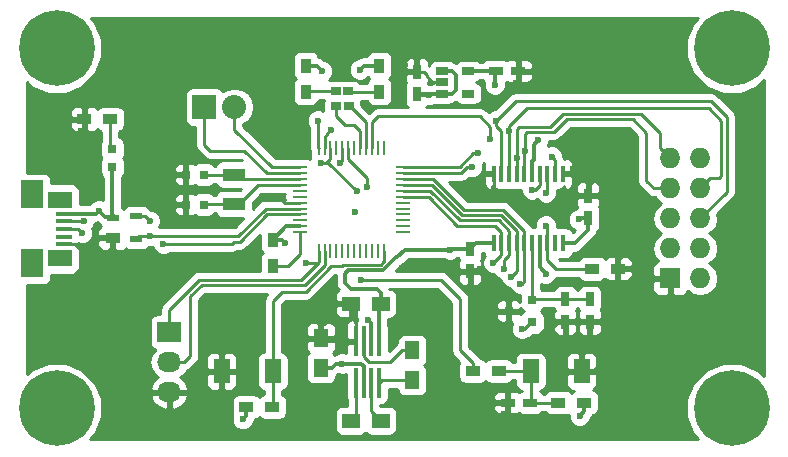
<source format=gtl>
G04 #@! TF.FileFunction,Copper,L1,Top,Signal*
%FSLAX46Y46*%
G04 Gerber Fmt 4.6, Leading zero omitted, Abs format (unit mm)*
G04 Created by KiCad (PCBNEW 4.0.2-stable) date 8/15/2016 9:55:29 PM*
%MOMM*%
G01*
G04 APERTURE LIST*
%ADD10C,0.100000*%
%ADD11R,1.727200X1.727200*%
%ADD12O,1.727200X1.727200*%
%ADD13R,0.750000X1.200000*%
%ADD14R,1.250000X1.500000*%
%ADD15R,1.200000X0.750000*%
%ADD16R,1.500000X1.250000*%
%ADD17R,0.900000X1.200000*%
%ADD18R,1.200000X0.900000*%
%ADD19R,1.060000X0.650000*%
%ADD20R,1.300000X0.250000*%
%ADD21R,0.250000X1.300000*%
%ADD22R,0.450000X1.450000*%
%ADD23R,0.800100X0.800100*%
%ADD24R,0.850000X0.650000*%
%ADD25R,2.032000X2.032000*%
%ADD26O,2.032000X2.032000*%
%ADD27R,2.032000X1.727200*%
%ADD28O,2.032000X1.727200*%
%ADD29R,0.797560X0.797560*%
%ADD30R,1.400000X2.000000*%
%ADD31R,1.380000X0.450000*%
%ADD32R,2.100000X1.475000*%
%ADD33R,1.900000X2.375000*%
%ADD34R,1.000000X0.600000*%
%ADD35R,1.300000X0.900000*%
%ADD36R,0.340000X2.500000*%
%ADD37C,6.400000*%
%ADD38R,0.800000X0.750000*%
%ADD39R,1.900000X1.100000*%
%ADD40C,0.600000*%
%ADD41C,0.250000*%
%ADD42C,0.300000*%
%ADD43C,0.254000*%
G04 APERTURE END LIST*
D10*
D11*
X102950000Y-78000000D03*
D12*
X105490000Y-78000000D03*
X102950000Y-75460000D03*
X105490000Y-75460000D03*
X102950000Y-72920000D03*
X105490000Y-72920000D03*
X102950000Y-70380000D03*
X105490000Y-70380000D03*
X102950000Y-67840000D03*
X105490000Y-67840000D03*
D13*
X81504000Y-62410000D03*
X81504000Y-60510000D03*
D14*
X73376000Y-85570000D03*
X73376000Y-83070000D03*
D15*
X88174000Y-60444000D03*
X90074000Y-60444000D03*
D16*
X78436000Y-90035000D03*
X75936000Y-90035000D03*
D14*
X81123000Y-86586000D03*
X81123000Y-84086000D03*
D15*
X91090000Y-88511000D03*
X89190000Y-88511000D03*
D13*
X86012500Y-75496000D03*
X86012500Y-77396000D03*
X96007400Y-72900200D03*
X96007400Y-71000200D03*
D16*
X78436000Y-80129000D03*
X75936000Y-80129000D03*
D13*
X94077000Y-79775900D03*
X94077000Y-81675900D03*
X96147100Y-79775900D03*
X96147100Y-81675900D03*
D17*
X69312000Y-76911000D03*
X69312000Y-74711000D03*
D18*
X88446000Y-85844000D03*
X86246000Y-85844000D03*
X96329800Y-77169900D03*
X98529800Y-77169900D03*
D17*
X72106000Y-59979000D03*
X72106000Y-62179000D03*
X78329000Y-59979000D03*
X78329000Y-62179000D03*
D19*
X83663000Y-60449000D03*
X83663000Y-61399000D03*
X83663000Y-62349000D03*
X85863000Y-62349000D03*
X85863000Y-60449000D03*
D20*
X71591400Y-68590600D03*
X71591400Y-69090600D03*
X71591400Y-69590600D03*
X71591400Y-70090600D03*
X71591400Y-70590600D03*
X71591400Y-71090600D03*
X71591400Y-71590600D03*
X71591400Y-72090600D03*
X71591400Y-72590600D03*
X71591400Y-73090600D03*
X71591400Y-73590600D03*
X71591400Y-74090600D03*
D21*
X73191400Y-75690600D03*
X73691400Y-75690600D03*
X74191400Y-75690600D03*
X74691400Y-75690600D03*
X75191400Y-75690600D03*
X75691400Y-75690600D03*
X76191400Y-75690600D03*
X76691400Y-75690600D03*
X77191400Y-75690600D03*
X77691400Y-75690600D03*
X78191400Y-75690600D03*
X78691400Y-75690600D03*
D20*
X80291400Y-74090600D03*
X80291400Y-73590600D03*
X80291400Y-73090600D03*
X80291400Y-72590600D03*
X80291400Y-72090600D03*
X80291400Y-71590600D03*
X80291400Y-71090600D03*
X80291400Y-70590600D03*
X80291400Y-70090600D03*
X80291400Y-69590600D03*
X80291400Y-69090600D03*
X80291400Y-68590600D03*
D21*
X78691400Y-66990600D03*
X78191400Y-66990600D03*
X77691400Y-66990600D03*
X77191400Y-66990600D03*
X76691400Y-66990600D03*
X76191400Y-66990600D03*
X75691400Y-66990600D03*
X75191400Y-66990600D03*
X74691400Y-66990600D03*
X74191400Y-66990600D03*
X73691400Y-66990600D03*
X73191400Y-66990600D03*
D22*
X93865100Y-69127200D03*
X93215100Y-69127200D03*
X92565100Y-69127200D03*
X91915100Y-69127200D03*
X91265100Y-69127200D03*
X90615100Y-69127200D03*
X89965100Y-69127200D03*
X89315100Y-69127200D03*
X88665100Y-69127200D03*
X88015100Y-69127200D03*
X88015100Y-75027200D03*
X88665100Y-75027200D03*
X89315100Y-75027200D03*
X89965100Y-75027200D03*
X90615100Y-75027200D03*
X91265100Y-75027200D03*
X91915100Y-75027200D03*
X92565100Y-75027200D03*
X93215100Y-75027200D03*
X93865100Y-75027200D03*
D23*
X91267760Y-81714000D03*
X91267760Y-79814000D03*
X89268780Y-80764000D03*
D24*
X75725500Y-63429100D03*
X74649200Y-63429100D03*
X75712800Y-62145800D03*
X74649200Y-62145800D03*
D25*
X63520800Y-63492000D03*
D26*
X66060800Y-63492000D03*
D27*
X60549000Y-82542000D03*
D28*
X60549000Y-85082000D03*
X60549000Y-87622000D03*
D29*
X55723000Y-68559300D03*
X55723000Y-67060700D03*
D18*
X55553000Y-64508000D03*
X53353000Y-64508000D03*
D30*
X95457000Y-85860000D03*
X91145000Y-85860000D03*
D18*
X95685000Y-88511000D03*
X93485000Y-88511000D03*
D31*
X51608900Y-75115400D03*
X51608900Y-74465400D03*
X51608900Y-73815400D03*
X51608900Y-73165400D03*
X51608900Y-72515400D03*
D32*
X51253300Y-76287300D03*
X51253300Y-71334300D03*
D33*
X48945900Y-70877100D03*
X48945900Y-76731800D03*
D34*
X55750300Y-72917000D03*
X57755000Y-74668000D03*
X57755000Y-72724900D03*
D35*
X55750300Y-74580600D03*
D36*
X78288000Y-86832000D03*
X78288000Y-83332000D03*
X77638000Y-86832000D03*
X77638000Y-83332000D03*
X76988000Y-86832000D03*
X76988000Y-83332000D03*
X76338000Y-86832000D03*
X76338000Y-83332000D03*
D37*
X51000000Y-58520000D03*
X51000000Y-89000000D03*
X108150000Y-89000000D03*
X108150000Y-58520000D03*
D38*
X61958000Y-71747000D03*
X63458000Y-71747000D03*
X61958000Y-69207000D03*
X63458000Y-69207000D03*
D18*
X67069000Y-88892000D03*
X69269000Y-88892000D03*
D30*
X64983000Y-85860000D03*
X69295000Y-85860000D03*
D39*
X66010000Y-69207000D03*
X66010000Y-71707000D03*
D40*
X88235000Y-64635000D03*
X73122000Y-64635000D03*
X70328000Y-74977000D03*
X75154000Y-85209000D03*
X77382000Y-81526000D03*
X90394000Y-82288000D03*
X82520000Y-62476000D03*
X54580000Y-72255000D03*
X88870000Y-89456000D03*
X96998000Y-84828000D03*
X65121000Y-84066000D03*
X73630000Y-81816000D03*
X74519000Y-80546000D03*
X55219900Y-75811000D03*
X53310000Y-75876500D03*
X88362000Y-70985000D03*
X86838000Y-77208000D03*
X92934000Y-82542000D03*
X87854000Y-80637000D03*
X84933000Y-77716000D03*
X89886000Y-61460000D03*
X80488000Y-59936000D03*
X94712000Y-68755300D03*
X98903000Y-75938000D03*
X96236000Y-69842000D03*
X69947000Y-71239000D03*
X53056000Y-65505000D03*
X95292000Y-89654000D03*
X66772000Y-89939000D03*
X73503000Y-60444000D03*
X76678000Y-60317000D03*
X88108000Y-61587000D03*
X91791000Y-66286000D03*
X76297000Y-72382000D03*
X95220000Y-73012600D03*
X92426000Y-77589000D03*
X84298000Y-75557000D03*
X76805000Y-78097000D03*
X72106000Y-76700000D03*
X89290110Y-65526247D03*
X74265000Y-65397000D03*
X86711000Y-67419010D03*
X89965100Y-67810000D03*
X90648000Y-67175000D03*
X86203000Y-68572000D03*
X90267000Y-78478000D03*
X89505000Y-77843000D03*
X88870000Y-77208000D03*
X87981000Y-76686300D03*
X92426000Y-73525000D03*
X87727000Y-66159000D03*
X75027000Y-68191000D03*
X92934000Y-67683000D03*
X76424000Y-70604000D03*
X73376000Y-68191000D03*
X92426000Y-70731000D03*
X77313000Y-70223000D03*
X91283000Y-70477000D03*
X60041000Y-75049000D03*
X58898000Y-73117900D03*
X53288600Y-73165400D03*
X58898000Y-74414000D03*
X53183000Y-74160000D03*
D41*
X88235000Y-64635000D02*
X89870999Y-62999001D01*
X89870999Y-62999001D02*
X106411001Y-62999001D01*
X106411001Y-62999001D02*
X107735010Y-64323010D01*
X107735010Y-70674990D02*
X105490000Y-72920000D01*
X107735010Y-64323010D02*
X107735010Y-70674990D01*
X88235000Y-64635000D02*
X88235000Y-65059264D01*
X88235000Y-65059264D02*
X88665100Y-65489364D01*
X88665100Y-65489364D02*
X88665100Y-69127200D01*
X73122000Y-64635000D02*
X73122000Y-66921200D01*
X73122000Y-66921200D02*
X73191400Y-66990600D01*
D42*
X69312000Y-74711000D02*
X70062000Y-74711000D01*
X70062000Y-74711000D02*
X70328000Y-74977000D01*
X76765002Y-85209000D02*
X75154000Y-85209000D01*
X75154000Y-85209000D02*
X74662000Y-85209000D01*
X77638000Y-83332000D02*
X77638000Y-81782000D01*
X77638000Y-81782000D02*
X77382000Y-81526000D01*
X76988000Y-86832000D02*
X76988000Y-85431998D01*
X76988000Y-85431998D02*
X76765002Y-85209000D01*
X74662000Y-85209000D02*
X74301000Y-85570000D01*
X74301000Y-85570000D02*
X73376000Y-85570000D01*
X71591400Y-73590600D02*
X70432400Y-73590600D01*
X70432400Y-73590600D02*
X69312000Y-74711000D01*
X83663000Y-60449000D02*
X84493000Y-60449000D01*
X84493000Y-60449000D02*
X84806000Y-60762000D01*
X84806000Y-60762000D02*
X84806000Y-62036000D01*
X84806000Y-62036000D02*
X84493000Y-62349000D01*
X84493000Y-62349000D02*
X83663000Y-62349000D01*
X55964300Y-72763000D02*
X55088000Y-72763000D01*
X55088000Y-72763000D02*
X54580000Y-72255000D01*
X90394000Y-82288000D02*
X90693760Y-82288000D01*
X90693760Y-82288000D02*
X91267760Y-81714000D01*
X82520000Y-62476000D02*
X81570000Y-62476000D01*
X81570000Y-62476000D02*
X81504000Y-62410000D01*
X83663000Y-62349000D02*
X81565000Y-62349000D01*
X81565000Y-62349000D02*
X81504000Y-62410000D01*
X54319601Y-72515399D02*
X54580000Y-72255000D01*
X52598901Y-72515399D02*
X54319601Y-72515399D01*
X77638000Y-83582000D02*
X77638000Y-82282000D01*
X55723000Y-68559300D02*
X55723000Y-72521700D01*
X55723000Y-72521700D02*
X55964300Y-72763000D01*
X51608900Y-72515400D02*
X52598901Y-72515399D01*
D41*
X89190000Y-88511000D02*
X89190000Y-89136000D01*
X89190000Y-89136000D02*
X88870000Y-89456000D01*
X96998000Y-85269000D02*
X96998000Y-84828000D01*
X95457000Y-85860000D02*
X96407000Y-85860000D01*
X96407000Y-85860000D02*
X96998000Y-85269000D01*
X64983000Y-84204000D02*
X65121000Y-84066000D01*
X64983000Y-85860000D02*
X64983000Y-84204000D01*
X73376000Y-83070000D02*
X73376000Y-82070000D01*
X73376000Y-82070000D02*
X73630000Y-81816000D01*
X75936000Y-80129000D02*
X74936000Y-80129000D01*
X74936000Y-80129000D02*
X74519000Y-80546000D01*
X76338000Y-83332000D02*
X76338000Y-80531000D01*
X76338000Y-80531000D02*
X75936000Y-80129000D01*
X76338000Y-83332000D02*
X73638000Y-83332000D01*
X73638000Y-83332000D02*
X73376000Y-83070000D01*
X55750300Y-74580600D02*
X55750300Y-75280600D01*
X55750300Y-75280600D02*
X55219900Y-75811000D01*
X51608900Y-75115400D02*
X52548900Y-75115400D01*
X52548900Y-75115400D02*
X53310000Y-75876500D01*
X88015100Y-70638100D02*
X88362000Y-70985000D01*
X88015100Y-69127200D02*
X88015100Y-70638100D01*
X86838000Y-77208000D02*
X86200500Y-77208000D01*
X86200500Y-77208000D02*
X86012500Y-77396000D01*
X86078500Y-77462000D02*
X86012500Y-77396000D01*
X92934000Y-82193900D02*
X92934000Y-82542000D01*
X94077000Y-81675900D02*
X93452000Y-81675900D01*
X93452000Y-81675900D02*
X92934000Y-82193900D01*
X94077000Y-81675900D02*
X96147100Y-81675900D01*
X87981000Y-80764000D02*
X87854000Y-80637000D01*
X89268780Y-80764000D02*
X87981000Y-80764000D01*
X85253000Y-77396000D02*
X84933000Y-77716000D01*
X86012500Y-77396000D02*
X85253000Y-77396000D01*
X82393000Y-60909000D02*
X82393000Y-60774000D01*
X82393000Y-60774000D02*
X82129000Y-60510000D01*
X82129000Y-60510000D02*
X81504000Y-60510000D01*
X83663000Y-61399000D02*
X82883000Y-61399000D01*
X82883000Y-61399000D02*
X82393000Y-60909000D01*
X89886000Y-61257000D02*
X89886000Y-61460000D01*
X90074000Y-60444000D02*
X90074000Y-61069000D01*
X90074000Y-61069000D02*
X89886000Y-61257000D01*
X80488000Y-60119000D02*
X80488000Y-59936000D01*
X81504000Y-60510000D02*
X80879000Y-60510000D01*
X80879000Y-60510000D02*
X80488000Y-60119000D01*
X93865100Y-69127200D02*
X94340100Y-69127200D01*
X94340100Y-69127200D02*
X94712000Y-68755300D01*
X98903000Y-76096700D02*
X98903000Y-75938000D01*
X98529800Y-77169900D02*
X98529800Y-76469900D01*
X98529800Y-76469900D02*
X98903000Y-76096700D01*
X96007400Y-70070600D02*
X96236000Y-69842000D01*
X96007400Y-71000200D02*
X96007400Y-70070600D01*
X70298600Y-71590600D02*
X69947000Y-71239000D01*
X71591400Y-71590600D02*
X70298600Y-71590600D01*
X53353000Y-64508000D02*
X53353000Y-65208000D01*
X53353000Y-65208000D02*
X53056000Y-65505000D01*
D42*
X95685000Y-88511000D02*
X95685000Y-89261000D01*
X95685000Y-89261000D02*
X95292000Y-89654000D01*
X67069000Y-88892000D02*
X67069000Y-89642000D01*
X67069000Y-89642000D02*
X66772000Y-89939000D01*
X73038000Y-59979000D02*
X73503000Y-60444000D01*
X72106000Y-59979000D02*
X73038000Y-59979000D01*
X78329000Y-59979000D02*
X77016000Y-59979000D01*
X77016000Y-59979000D02*
X76678000Y-60317000D01*
X91410000Y-67957300D02*
X91410000Y-66667000D01*
X91410000Y-66667000D02*
X91791000Y-66286000D01*
X91265100Y-69127200D02*
X91265100Y-68102200D01*
X91265100Y-68102200D02*
X91410000Y-67957300D01*
X88108000Y-61587000D02*
X88108000Y-60510000D01*
X88108000Y-60510000D02*
X88174000Y-60444000D01*
X88174000Y-60444000D02*
X85868000Y-60444000D01*
X85868000Y-60444000D02*
X85863000Y-60449000D01*
X96007400Y-72900200D02*
X95332400Y-72900200D01*
X95332400Y-72900200D02*
X95220000Y-73012600D01*
X91915100Y-77078100D02*
X92426000Y-77589000D01*
X91915100Y-75027200D02*
X91915100Y-77078100D01*
X94860800Y-75027200D02*
X96007400Y-73880600D01*
X96007400Y-73880600D02*
X96007400Y-72900200D01*
X93865100Y-75027200D02*
X94860800Y-75027200D01*
D41*
X77638000Y-86832000D02*
X77638000Y-89237000D01*
X77638000Y-89237000D02*
X78436000Y-90035000D01*
X76338000Y-86832000D02*
X76338000Y-89633000D01*
X76338000Y-89633000D02*
X75936000Y-90035000D01*
X81123000Y-86586000D02*
X78534000Y-86586000D01*
X78534000Y-86586000D02*
X78288000Y-86832000D01*
X78292000Y-86586000D02*
X78288000Y-86582000D01*
X77440000Y-85082000D02*
X79252000Y-85082000D01*
X79252000Y-85082000D02*
X80248000Y-84086000D01*
X80248000Y-84086000D02*
X81123000Y-84086000D01*
X76988000Y-84630000D02*
X77440000Y-85082000D01*
X76988000Y-83332000D02*
X76988000Y-84630000D01*
X93485000Y-88511000D02*
X91090000Y-88511000D01*
X91145000Y-85860000D02*
X91145000Y-88456000D01*
X91145000Y-88456000D02*
X91090000Y-88511000D01*
X91145000Y-85860000D02*
X88462000Y-85860000D01*
X88462000Y-85860000D02*
X88446000Y-85844000D01*
D42*
X78436000Y-80129000D02*
X78436000Y-79204000D01*
X78436000Y-79204000D02*
X78091000Y-78859000D01*
X78091000Y-78859000D02*
X75916000Y-78859000D01*
X80488000Y-75557000D02*
X84298000Y-75557000D01*
X75916000Y-78859000D02*
X75408000Y-78351000D01*
X75408000Y-78351000D02*
X75408000Y-77589000D01*
X79817235Y-76227765D02*
X80488000Y-75557000D01*
X75408000Y-77589000D02*
X75694990Y-77302010D01*
X78651755Y-77302010D02*
X79726000Y-76227765D01*
X75694990Y-77302010D02*
X78651755Y-77302010D01*
X79726000Y-76227765D02*
X79817235Y-76227765D01*
X78288000Y-83332000D02*
X78288000Y-80277000D01*
X78288000Y-80277000D02*
X78436000Y-80129000D01*
X86012500Y-75496000D02*
X84359000Y-75496000D01*
X84359000Y-75496000D02*
X84298000Y-75557000D01*
X88015100Y-75027200D02*
X86481300Y-75027200D01*
X86481300Y-75027200D02*
X86012500Y-75496000D01*
D41*
X96147100Y-79775900D02*
X94077000Y-79775900D01*
X94077000Y-79775900D02*
X91305860Y-79775900D01*
X91305860Y-79775900D02*
X91267760Y-79814000D01*
X91265100Y-75027200D02*
X91265100Y-79811340D01*
X91265100Y-79811340D02*
X91267760Y-79814000D01*
X71591400Y-69090600D02*
X68814600Y-69090600D01*
X64020100Y-67175000D02*
X63520800Y-66675700D01*
X68814600Y-69090600D02*
X66899000Y-67175000D01*
X66899000Y-67175000D02*
X64020100Y-67175000D01*
X63520800Y-66675700D02*
X63520800Y-65409700D01*
X63520800Y-65409700D02*
X63520800Y-63492000D01*
X66060800Y-65409700D02*
X66060800Y-63492000D01*
X69203600Y-68590600D02*
X69203600Y-68552500D01*
X69203600Y-68552500D02*
X66060800Y-65409700D01*
X71591400Y-68590600D02*
X69203600Y-68590600D01*
X76805000Y-78097000D02*
X83536000Y-78097000D01*
X83536000Y-78097000D02*
X85187000Y-79748000D01*
X86246000Y-85144000D02*
X86246000Y-85844000D01*
X85187000Y-79748000D02*
X85187000Y-84085000D01*
X85187000Y-84085000D02*
X86246000Y-85144000D01*
X72106000Y-76700000D02*
X73082000Y-76700000D01*
X73082000Y-76700000D02*
X73191400Y-76590600D01*
X63089000Y-78097000D02*
X60549000Y-80637000D01*
X60549000Y-80637000D02*
X60549000Y-82542000D01*
X71685000Y-78097000D02*
X63089000Y-78097000D01*
X73191400Y-75690600D02*
X73191400Y-76590600D01*
X73191400Y-76590600D02*
X71685000Y-78097000D01*
X63275400Y-78547010D02*
X72036990Y-78547010D01*
X72036990Y-78547010D02*
X73691400Y-76892600D01*
X73691400Y-76892600D02*
X73691400Y-76590600D01*
X73691400Y-76590600D02*
X73691400Y-75690600D01*
X62327000Y-79495410D02*
X63275400Y-78547010D01*
X62327000Y-84570000D02*
X62327000Y-79495410D01*
X60549000Y-85082000D02*
X61815000Y-85082000D01*
X61815000Y-85082000D02*
X62327000Y-84570000D01*
X105490000Y-70380000D02*
X106353599Y-69516401D01*
X106353599Y-69516401D02*
X107102599Y-69516401D01*
X107102599Y-69516401D02*
X107285000Y-69334000D01*
X107285000Y-64635000D02*
X107285000Y-69334000D01*
X106199990Y-63549990D02*
X107285000Y-64635000D01*
X104745000Y-63549990D02*
X90842103Y-63549990D01*
X104929990Y-63549990D02*
X104745000Y-63549990D01*
X104745000Y-63549990D02*
X106199990Y-63549990D01*
X89290110Y-65101983D02*
X89290110Y-65526247D01*
X90842103Y-63549990D02*
X89290110Y-65101983D01*
X89290110Y-65526247D02*
X89290110Y-69102210D01*
X89290110Y-69102210D02*
X89315100Y-69127200D01*
X73930001Y-65731999D02*
X74265000Y-65397000D01*
X73930001Y-65768001D02*
X73930001Y-65731999D01*
X73691400Y-66990600D02*
X73691400Y-66006602D01*
X73691400Y-66006602D02*
X73930001Y-65768001D01*
X92807000Y-65143000D02*
X93823000Y-64127000D01*
X102950000Y-67840000D02*
X102086401Y-66976401D01*
X102086401Y-66976401D02*
X102086401Y-65659401D01*
X102086401Y-65659401D02*
X100484990Y-64057990D01*
X100484990Y-64057990D02*
X93892010Y-64057990D01*
X93892010Y-64057990D02*
X93823000Y-64127000D01*
X86711000Y-67419010D02*
X86286736Y-67419010D01*
X86286736Y-67419010D02*
X85115146Y-68590600D01*
X85115146Y-68590600D02*
X84660400Y-68590600D01*
X80291400Y-68590600D02*
X84660400Y-68590600D01*
X86593990Y-67302000D02*
X86711000Y-67419010D01*
X89965100Y-67810000D02*
X89965100Y-65317900D01*
X89965100Y-69127200D02*
X89965100Y-67810000D01*
X89965100Y-65317900D02*
X90140000Y-65143000D01*
X90140000Y-65143000D02*
X92807000Y-65143000D01*
X102950000Y-70380000D02*
X101600000Y-70380000D01*
X94204000Y-64508000D02*
X93118990Y-65593010D01*
X90832990Y-65593010D02*
X90648000Y-65778000D01*
X101600000Y-70380000D02*
X100935000Y-69715000D01*
X99792000Y-64508000D02*
X94204000Y-64508000D01*
X100935000Y-69715000D02*
X100935000Y-65651000D01*
X100935000Y-65651000D02*
X99792000Y-64508000D01*
X93118990Y-65593010D02*
X90832990Y-65593010D01*
X90648000Y-65778000D02*
X90648000Y-67175000D01*
X90615100Y-69127200D02*
X90615100Y-67207900D01*
X90615100Y-67207900D02*
X90648000Y-67175000D01*
X85770156Y-68572000D02*
X86203000Y-68572000D01*
X80291400Y-69090600D02*
X85251556Y-69090600D01*
X85251556Y-69090600D02*
X85770156Y-68572000D01*
X80291400Y-69590600D02*
X82907830Y-69590600D01*
X82907830Y-69590600D02*
X85492201Y-72174971D01*
X85492201Y-72174971D02*
X88792792Y-72174972D01*
X88792792Y-72174972D02*
X90615100Y-73997280D01*
X90615100Y-73997280D02*
X90615100Y-75027200D01*
X90615100Y-74052200D02*
X90615100Y-75027200D01*
X90615100Y-78256900D02*
X90394000Y-78478000D01*
X90394000Y-78478000D02*
X90267000Y-78478000D01*
X90615100Y-75027200D02*
X90615100Y-78256900D01*
X80291400Y-70090600D02*
X82771420Y-70090600D01*
X82771420Y-70090600D02*
X85305800Y-72624980D01*
X89965100Y-74052200D02*
X89965100Y-75027200D01*
X85305800Y-72624980D02*
X88606391Y-72624981D01*
X88606391Y-72624981D02*
X89965100Y-73983690D01*
X89965100Y-73983690D02*
X89965100Y-74052200D01*
X89965100Y-77382900D02*
X89505000Y-77843000D01*
X89965100Y-75027200D02*
X89965100Y-77382900D01*
X80291400Y-70590600D02*
X82635010Y-70590600D01*
X82635010Y-70590600D02*
X85119400Y-73074990D01*
X89315100Y-73970100D02*
X89315100Y-75027200D01*
X85119400Y-73074990D02*
X88419990Y-73074990D01*
X88419990Y-73074990D02*
X89315100Y-73970100D01*
X88870000Y-76447300D02*
X88870000Y-77208000D01*
X89315100Y-75027200D02*
X89315100Y-76002200D01*
X89315100Y-76002200D02*
X88870000Y-76447300D01*
X80291400Y-71090600D02*
X82498600Y-71090600D01*
X82498600Y-71090600D02*
X84933000Y-73525000D01*
X84933000Y-73525000D02*
X88137900Y-73525000D01*
X88137900Y-73525000D02*
X88665100Y-74052200D01*
X88665100Y-74052200D02*
X88665100Y-75027200D01*
X88665100Y-75027200D02*
X88665100Y-76002200D01*
X88665100Y-76002200D02*
X87981000Y-76686300D01*
X70625000Y-76911000D02*
X71591400Y-75944600D01*
X71591400Y-75944600D02*
X71591400Y-74090600D01*
X69312000Y-76911000D02*
X70625000Y-76911000D01*
X92565100Y-73664100D02*
X92426000Y-73525000D01*
X92565100Y-74052200D02*
X92565100Y-73664100D01*
X86838000Y-64254000D02*
X87727000Y-65143000D01*
X87727000Y-65143000D02*
X87727000Y-66159000D01*
X78202000Y-64254000D02*
X86838000Y-64254000D01*
X77691400Y-64764600D02*
X78202000Y-64254000D01*
X77691400Y-66990600D02*
X77691400Y-64764600D01*
X92565100Y-75027200D02*
X92565100Y-74052200D01*
X92565100Y-74052200D02*
X92553000Y-74040100D01*
X92565100Y-76458100D02*
X93276900Y-77169900D01*
X93276900Y-77169900D02*
X96329800Y-77169900D01*
X92565100Y-75027200D02*
X92565100Y-76458100D01*
X75191400Y-68026600D02*
X75027000Y-68191000D01*
X75191400Y-66990600D02*
X75191400Y-68026600D01*
X93215100Y-67964100D02*
X92934000Y-67683000D01*
X93215100Y-69127200D02*
X93215100Y-67964100D01*
X77191400Y-65089700D02*
X77191400Y-65270000D01*
X77191400Y-65270000D02*
X77191400Y-66090600D01*
X75725500Y-63429100D02*
X75825500Y-63429100D01*
X75825500Y-63429100D02*
X77191400Y-64795000D01*
X77191400Y-64795000D02*
X77191400Y-65270000D01*
X77191400Y-66090600D02*
X77191400Y-66990600D01*
X75408000Y-65016000D02*
X74649200Y-64257200D01*
X74649200Y-64257200D02*
X74649200Y-63429100D01*
X76170000Y-65016000D02*
X75408000Y-65016000D01*
X76691400Y-65537400D02*
X76170000Y-65016000D01*
X76691400Y-66990600D02*
X76691400Y-65537400D01*
X74011000Y-68191000D02*
X76424000Y-70604000D01*
X73851002Y-68191000D02*
X74011000Y-68191000D01*
X73851002Y-68191000D02*
X73376000Y-68191000D01*
X74191400Y-66990600D02*
X74191400Y-67850602D01*
X74191400Y-67850602D02*
X73851002Y-68191000D01*
X92565100Y-70591900D02*
X92426000Y-70731000D01*
X92565100Y-69127200D02*
X92565100Y-70591900D01*
X78329000Y-62179000D02*
X75746000Y-62179000D01*
X75746000Y-62179000D02*
X75712800Y-62145800D01*
X74649200Y-62145800D02*
X72139200Y-62145800D01*
X72139200Y-62145800D02*
X72106000Y-62179000D01*
X77313000Y-69551998D02*
X77313000Y-70223000D01*
X76753800Y-68953000D02*
X77313000Y-69512200D01*
X77313000Y-69512200D02*
X77313000Y-69551998D01*
X75691400Y-66990600D02*
X75691400Y-67890600D01*
X75691400Y-67890600D02*
X76753800Y-68953000D01*
X91540300Y-70477000D02*
X91283000Y-70477000D01*
X91915100Y-69127200D02*
X91915100Y-70102200D01*
X91915100Y-70102200D02*
X91540300Y-70477000D01*
X65883000Y-75049000D02*
X60041000Y-75049000D01*
X66519410Y-74922000D02*
X66010000Y-74922000D01*
X66010000Y-74922000D02*
X65883000Y-75049000D01*
X68850810Y-72590600D02*
X66519410Y-74922000D01*
X71591400Y-72590600D02*
X68850810Y-72590600D01*
X57755000Y-72724900D02*
X58505000Y-72724900D01*
X58505000Y-72724900D02*
X58898000Y-73117900D01*
X51608900Y-73165400D02*
X53288600Y-73165400D01*
X58898000Y-74414000D02*
X58009000Y-74414000D01*
X58009000Y-74414000D02*
X57755000Y-74668000D01*
X58898000Y-74414000D02*
X66391000Y-74414000D01*
X66391000Y-74414000D02*
X68714400Y-72090600D01*
X68714400Y-72090600D02*
X71591400Y-72090600D01*
X52838400Y-73815400D02*
X53183000Y-74160000D01*
X51608900Y-73815400D02*
X52838400Y-73815400D01*
X55553000Y-64508000D02*
X55553000Y-66890700D01*
X55553000Y-66890700D02*
X55723000Y-67060700D01*
X66010000Y-71707000D02*
X63498000Y-71707000D01*
X63498000Y-71707000D02*
X63458000Y-71747000D01*
X71591400Y-70090600D02*
X68026400Y-70090600D01*
X68026400Y-70090600D02*
X66410000Y-71707000D01*
X66410000Y-71707000D02*
X66010000Y-71707000D01*
X66010000Y-69207000D02*
X63458000Y-69207000D01*
X71591400Y-69590600D02*
X66393600Y-69590600D01*
X66393600Y-69590600D02*
X66010000Y-69207000D01*
X69295000Y-85860000D02*
X69295000Y-84610000D01*
X69295000Y-84610000D02*
X69312000Y-84593000D01*
X75153000Y-76954000D02*
X75280000Y-76827000D01*
X69312000Y-84593000D02*
X69312000Y-79875000D01*
X69312000Y-79875000D02*
X70074000Y-79113000D01*
X70074000Y-79113000D02*
X72107410Y-79113000D01*
X72107410Y-79113000D02*
X74266410Y-76954000D01*
X78641401Y-76600601D02*
X78681399Y-76600601D01*
X78681399Y-76600601D02*
X78691400Y-76590600D01*
X74266410Y-76954000D02*
X75153000Y-76954000D01*
X75280000Y-76827000D02*
X78455000Y-76827000D01*
X78455000Y-76827000D02*
X78641401Y-76640599D01*
X78641401Y-76640599D02*
X78641401Y-76600601D01*
X78691400Y-76590600D02*
X78691400Y-75690600D01*
X69295000Y-85860000D02*
X69295000Y-88866000D01*
X69295000Y-88866000D02*
X69269000Y-88892000D01*
D43*
G36*
X104900741Y-56344811D02*
X104315667Y-57753825D01*
X104314336Y-59279482D01*
X104896950Y-60689515D01*
X105974811Y-61769259D01*
X107383825Y-62354333D01*
X108909482Y-62355664D01*
X110319515Y-61773050D01*
X110868000Y-61225522D01*
X110868000Y-86294500D01*
X110325189Y-85750741D01*
X108916175Y-85165667D01*
X107390518Y-85164336D01*
X105980485Y-85746950D01*
X104900741Y-86824811D01*
X104315667Y-88233825D01*
X104314336Y-89759482D01*
X104896950Y-91169515D01*
X105312709Y-91586000D01*
X53837730Y-91586000D01*
X54249259Y-91175189D01*
X54834333Y-89766175D01*
X54835664Y-88240518D01*
X54728445Y-87981026D01*
X58941642Y-87981026D01*
X58944291Y-87996791D01*
X59198268Y-88524036D01*
X59634680Y-88913954D01*
X60187087Y-89107184D01*
X60422000Y-88962924D01*
X60422000Y-87749000D01*
X60676000Y-87749000D01*
X60676000Y-88962924D01*
X60910913Y-89107184D01*
X61463320Y-88913954D01*
X61899732Y-88524036D01*
X62153709Y-87996791D01*
X62156358Y-87981026D01*
X62035217Y-87749000D01*
X60676000Y-87749000D01*
X60422000Y-87749000D01*
X59062783Y-87749000D01*
X58941642Y-87981026D01*
X54728445Y-87981026D01*
X54253050Y-86830485D01*
X53175189Y-85750741D01*
X51766175Y-85165667D01*
X50240518Y-85164336D01*
X48830485Y-85746950D01*
X48457000Y-86119784D01*
X48457000Y-78566740D01*
X49895900Y-78566740D01*
X50131217Y-78522462D01*
X50347341Y-78383390D01*
X50492331Y-78171190D01*
X50543340Y-77919300D01*
X50543340Y-77672240D01*
X52303300Y-77672240D01*
X52538617Y-77627962D01*
X52754741Y-77488890D01*
X52899731Y-77276690D01*
X52950740Y-77024800D01*
X52950740Y-75549800D01*
X52933900Y-75460303D01*
X52933900Y-75386650D01*
X52916829Y-75369579D01*
X52906462Y-75314483D01*
X52777722Y-75114416D01*
X52836430Y-75028495D01*
X52996201Y-75094838D01*
X53368167Y-75095162D01*
X53711943Y-74953117D01*
X53798861Y-74866350D01*
X54465300Y-74866350D01*
X54465300Y-75156910D01*
X54561973Y-75390299D01*
X54740602Y-75568927D01*
X54973991Y-75665600D01*
X55464550Y-75665600D01*
X55623300Y-75506850D01*
X55623300Y-74707600D01*
X54624050Y-74707600D01*
X54465300Y-74866350D01*
X53798861Y-74866350D01*
X53975192Y-74690327D01*
X54117838Y-74346799D01*
X54118162Y-73974833D01*
X54025602Y-73750821D01*
X54080792Y-73695727D01*
X54223438Y-73352199D01*
X54223483Y-73300399D01*
X54319601Y-73300399D01*
X54482783Y-73267940D01*
X54532919Y-73318076D01*
X54532921Y-73318079D01*
X54634672Y-73386066D01*
X54647138Y-73452317D01*
X54738530Y-73594345D01*
X54561973Y-73770901D01*
X54465300Y-74004290D01*
X54465300Y-74294850D01*
X54624050Y-74453600D01*
X55623300Y-74453600D01*
X55623300Y-74433600D01*
X55877300Y-74433600D01*
X55877300Y-74453600D01*
X55897300Y-74453600D01*
X55897300Y-74707600D01*
X55877300Y-74707600D01*
X55877300Y-75506850D01*
X56036050Y-75665600D01*
X56526609Y-75665600D01*
X56759998Y-75568927D01*
X56861353Y-75467573D01*
X57003110Y-75564431D01*
X57255000Y-75615440D01*
X58255000Y-75615440D01*
X58490317Y-75571162D01*
X58706441Y-75432090D01*
X58763294Y-75348883D01*
X59083167Y-75349162D01*
X59143118Y-75324391D01*
X59247883Y-75577943D01*
X59510673Y-75841192D01*
X59854201Y-75983838D01*
X60226167Y-75984162D01*
X60569943Y-75842117D01*
X60603118Y-75809000D01*
X65883000Y-75809000D01*
X66173839Y-75751148D01*
X66277327Y-75682000D01*
X66519410Y-75682000D01*
X66810249Y-75624148D01*
X67056811Y-75459401D01*
X68214560Y-74301652D01*
X68214560Y-75311000D01*
X68258838Y-75546317D01*
X68397910Y-75762441D01*
X68467711Y-75810134D01*
X68410559Y-75846910D01*
X68265569Y-76059110D01*
X68214560Y-76311000D01*
X68214560Y-77337000D01*
X63089000Y-77337000D01*
X62858247Y-77382900D01*
X62798160Y-77394852D01*
X62551599Y-77559599D01*
X60011599Y-80099599D01*
X59846852Y-80346161D01*
X59789000Y-80637000D01*
X59789000Y-81030960D01*
X59533000Y-81030960D01*
X59297683Y-81075238D01*
X59081559Y-81214310D01*
X58936569Y-81426510D01*
X58885560Y-81678400D01*
X58885560Y-83405600D01*
X58929838Y-83640917D01*
X59068910Y-83857041D01*
X59281110Y-84002031D01*
X59322439Y-84010400D01*
X59304585Y-84022330D01*
X58979729Y-84508511D01*
X58865655Y-85082000D01*
X58979729Y-85655489D01*
X59304585Y-86141670D01*
X59614069Y-86348461D01*
X59198268Y-86719964D01*
X58944291Y-87247209D01*
X58941642Y-87262974D01*
X59062783Y-87495000D01*
X60422000Y-87495000D01*
X60422000Y-87475000D01*
X60676000Y-87475000D01*
X60676000Y-87495000D01*
X62035217Y-87495000D01*
X62156358Y-87262974D01*
X62153709Y-87247209D01*
X61899732Y-86719964D01*
X61483931Y-86348461D01*
X61787308Y-86145750D01*
X63648000Y-86145750D01*
X63648000Y-86986310D01*
X63744673Y-87219699D01*
X63923302Y-87398327D01*
X64156691Y-87495000D01*
X64697250Y-87495000D01*
X64856000Y-87336250D01*
X64856000Y-85987000D01*
X65110000Y-85987000D01*
X65110000Y-87336250D01*
X65268750Y-87495000D01*
X65809309Y-87495000D01*
X66042698Y-87398327D01*
X66221327Y-87219699D01*
X66318000Y-86986310D01*
X66318000Y-86145750D01*
X66159250Y-85987000D01*
X65110000Y-85987000D01*
X64856000Y-85987000D01*
X63806750Y-85987000D01*
X63648000Y-86145750D01*
X61787308Y-86145750D01*
X61793415Y-86141670D01*
X62021032Y-85801017D01*
X62105839Y-85784148D01*
X62352401Y-85619401D01*
X62864401Y-85107401D01*
X63029148Y-84860840D01*
X63054439Y-84733690D01*
X63648000Y-84733690D01*
X63648000Y-85574250D01*
X63806750Y-85733000D01*
X64856000Y-85733000D01*
X64856000Y-84383750D01*
X65110000Y-84383750D01*
X65110000Y-85733000D01*
X66159250Y-85733000D01*
X66318000Y-85574250D01*
X66318000Y-84733690D01*
X66221327Y-84500301D01*
X66042698Y-84321673D01*
X65809309Y-84225000D01*
X65268750Y-84225000D01*
X65110000Y-84383750D01*
X64856000Y-84383750D01*
X64697250Y-84225000D01*
X64156691Y-84225000D01*
X63923302Y-84321673D01*
X63744673Y-84500301D01*
X63648000Y-84733690D01*
X63054439Y-84733690D01*
X63087000Y-84570000D01*
X63087000Y-79810212D01*
X63590202Y-79307010D01*
X68805188Y-79307010D01*
X68774599Y-79337599D01*
X68609852Y-79584161D01*
X68552000Y-79875000D01*
X68552000Y-84220651D01*
X68359683Y-84256838D01*
X68143559Y-84395910D01*
X67998569Y-84608110D01*
X67947560Y-84860000D01*
X67947560Y-86860000D01*
X67991838Y-87095317D01*
X68130910Y-87311441D01*
X68343110Y-87456431D01*
X68535000Y-87495290D01*
X68535000Y-87819774D01*
X68433683Y-87838838D01*
X68217559Y-87977910D01*
X68169866Y-88047711D01*
X68133090Y-87990559D01*
X67920890Y-87845569D01*
X67669000Y-87794560D01*
X66469000Y-87794560D01*
X66233683Y-87838838D01*
X66017559Y-87977910D01*
X65872569Y-88190110D01*
X65821560Y-88442000D01*
X65821560Y-89342000D01*
X65865838Y-89577317D01*
X65892546Y-89618822D01*
X65837162Y-89752201D01*
X65836838Y-90124167D01*
X65978883Y-90467943D01*
X66241673Y-90731192D01*
X66585201Y-90873838D01*
X66957167Y-90874162D01*
X67300943Y-90732117D01*
X67564192Y-90469327D01*
X67706838Y-90125799D01*
X67706884Y-90073152D01*
X67732376Y-90035000D01*
X67776310Y-89969248D01*
X67904317Y-89945162D01*
X68120441Y-89806090D01*
X68168134Y-89736289D01*
X68204910Y-89793441D01*
X68417110Y-89938431D01*
X68669000Y-89989440D01*
X69869000Y-89989440D01*
X70104317Y-89945162D01*
X70320441Y-89806090D01*
X70465431Y-89593890D01*
X70516440Y-89342000D01*
X70516440Y-88442000D01*
X70472162Y-88206683D01*
X70333090Y-87990559D01*
X70120890Y-87845569D01*
X70055000Y-87832226D01*
X70055000Y-87496150D01*
X70230317Y-87463162D01*
X70446441Y-87324090D01*
X70591431Y-87111890D01*
X70642440Y-86860000D01*
X70642440Y-84860000D01*
X70598162Y-84624683D01*
X70459090Y-84408559D01*
X70246890Y-84263569D01*
X70072000Y-84228153D01*
X70072000Y-82193691D01*
X72116000Y-82193691D01*
X72116000Y-82784250D01*
X72274750Y-82943000D01*
X73249000Y-82943000D01*
X73249000Y-81843750D01*
X73503000Y-81843750D01*
X73503000Y-82943000D01*
X74477250Y-82943000D01*
X74636000Y-82784250D01*
X74636000Y-82193691D01*
X74539327Y-81960302D01*
X74360699Y-81781673D01*
X74127310Y-81685000D01*
X73661750Y-81685000D01*
X73503000Y-81843750D01*
X73249000Y-81843750D01*
X73090250Y-81685000D01*
X72624690Y-81685000D01*
X72391301Y-81781673D01*
X72212673Y-81960302D01*
X72116000Y-82193691D01*
X70072000Y-82193691D01*
X70072000Y-80414750D01*
X74551000Y-80414750D01*
X74551000Y-80880310D01*
X74647673Y-81113699D01*
X74826302Y-81292327D01*
X75059691Y-81389000D01*
X75650250Y-81389000D01*
X75809000Y-81230250D01*
X75809000Y-80256000D01*
X74709750Y-80256000D01*
X74551000Y-80414750D01*
X70072000Y-80414750D01*
X70072000Y-80189802D01*
X70388802Y-79873000D01*
X72107410Y-79873000D01*
X72398249Y-79815148D01*
X72644811Y-79650401D01*
X74581212Y-77714000D01*
X74623000Y-77714000D01*
X74623000Y-78351000D01*
X74682755Y-78651407D01*
X74852921Y-78906079D01*
X74887264Y-78940422D01*
X74826302Y-78965673D01*
X74647673Y-79144301D01*
X74551000Y-79377690D01*
X74551000Y-79843250D01*
X74709750Y-80002000D01*
X75809000Y-80002000D01*
X75809000Y-79982000D01*
X76063000Y-79982000D01*
X76063000Y-80002000D01*
X76083000Y-80002000D01*
X76083000Y-80256000D01*
X76063000Y-80256000D01*
X76063000Y-81230250D01*
X76221750Y-81389000D01*
X76447119Y-81389000D01*
X76446964Y-81566171D01*
X76366559Y-81617910D01*
X76253000Y-81784109D01*
X76253000Y-81605750D01*
X76094250Y-81447000D01*
X76041691Y-81447000D01*
X75808302Y-81543673D01*
X75629673Y-81722301D01*
X75533000Y-81955690D01*
X75533000Y-83046250D01*
X75691750Y-83205000D01*
X76170560Y-83205000D01*
X76170560Y-83459000D01*
X75691750Y-83459000D01*
X75533000Y-83617750D01*
X75533000Y-84353971D01*
X75340799Y-84274162D01*
X74968833Y-84273838D01*
X74625057Y-84415883D01*
X74605709Y-84435197D01*
X74519061Y-84452432D01*
X74465090Y-84368559D01*
X74396994Y-84322031D01*
X74539327Y-84179698D01*
X74636000Y-83946309D01*
X74636000Y-83355750D01*
X74477250Y-83197000D01*
X73503000Y-83197000D01*
X73503000Y-83217000D01*
X73249000Y-83217000D01*
X73249000Y-83197000D01*
X72274750Y-83197000D01*
X72116000Y-83355750D01*
X72116000Y-83946309D01*
X72212673Y-84179698D01*
X72353910Y-84320936D01*
X72299559Y-84355910D01*
X72154569Y-84568110D01*
X72103560Y-84820000D01*
X72103560Y-86320000D01*
X72147838Y-86555317D01*
X72286910Y-86771441D01*
X72499110Y-86916431D01*
X72751000Y-86967440D01*
X74001000Y-86967440D01*
X74236317Y-86923162D01*
X74452441Y-86784090D01*
X74597431Y-86571890D01*
X74648440Y-86320000D01*
X74648440Y-86263819D01*
X74856079Y-86125079D01*
X74875428Y-86105730D01*
X74967201Y-86143838D01*
X75339167Y-86144162D01*
X75520560Y-86069212D01*
X75520560Y-88082000D01*
X75564838Y-88317317D01*
X75578000Y-88337771D01*
X75578000Y-88762560D01*
X75186000Y-88762560D01*
X74950683Y-88806838D01*
X74734559Y-88945910D01*
X74589569Y-89158110D01*
X74538560Y-89410000D01*
X74538560Y-90660000D01*
X74582838Y-90895317D01*
X74721910Y-91111441D01*
X74934110Y-91256431D01*
X75186000Y-91307440D01*
X76686000Y-91307440D01*
X76921317Y-91263162D01*
X77137441Y-91124090D01*
X77185134Y-91054289D01*
X77221910Y-91111441D01*
X77434110Y-91256431D01*
X77686000Y-91307440D01*
X79186000Y-91307440D01*
X79421317Y-91263162D01*
X79637441Y-91124090D01*
X79782431Y-90911890D01*
X79833440Y-90660000D01*
X79833440Y-89410000D01*
X79789162Y-89174683D01*
X79650090Y-88958559D01*
X79437890Y-88813569D01*
X79354836Y-88796750D01*
X87955000Y-88796750D01*
X87955000Y-89012310D01*
X88051673Y-89245699D01*
X88230302Y-89424327D01*
X88463691Y-89521000D01*
X88904250Y-89521000D01*
X89063000Y-89362250D01*
X89063000Y-88638000D01*
X88113750Y-88638000D01*
X87955000Y-88796750D01*
X79354836Y-88796750D01*
X79186000Y-88762560D01*
X78398000Y-88762560D01*
X78398000Y-88729440D01*
X78458000Y-88729440D01*
X78693317Y-88685162D01*
X78909441Y-88546090D01*
X79054431Y-88333890D01*
X79105440Y-88082000D01*
X79105440Y-88009690D01*
X87955000Y-88009690D01*
X87955000Y-88225250D01*
X88113750Y-88384000D01*
X89063000Y-88384000D01*
X89063000Y-87659750D01*
X88904250Y-87501000D01*
X88463691Y-87501000D01*
X88230302Y-87597673D01*
X88051673Y-87776301D01*
X87955000Y-88009690D01*
X79105440Y-88009690D01*
X79105440Y-87346000D01*
X79852442Y-87346000D01*
X79894838Y-87571317D01*
X80033910Y-87787441D01*
X80246110Y-87932431D01*
X80498000Y-87983440D01*
X81748000Y-87983440D01*
X81983317Y-87939162D01*
X82199441Y-87800090D01*
X82344431Y-87587890D01*
X82395440Y-87336000D01*
X82395440Y-85836000D01*
X82351162Y-85600683D01*
X82212090Y-85384559D01*
X82142289Y-85336866D01*
X82199441Y-85300090D01*
X82344431Y-85087890D01*
X82395440Y-84836000D01*
X82395440Y-83336000D01*
X82351162Y-83100683D01*
X82212090Y-82884559D01*
X81999890Y-82739569D01*
X81748000Y-82688560D01*
X80498000Y-82688560D01*
X80262683Y-82732838D01*
X80046559Y-82871910D01*
X79901569Y-83084110D01*
X79850560Y-83336000D01*
X79850560Y-83455080D01*
X79710599Y-83548599D01*
X79105440Y-84153758D01*
X79105440Y-82082000D01*
X79073000Y-81909596D01*
X79073000Y-81401440D01*
X79186000Y-81401440D01*
X79421317Y-81357162D01*
X79637441Y-81218090D01*
X79782431Y-81005890D01*
X79833440Y-80754000D01*
X79833440Y-79504000D01*
X79789162Y-79268683D01*
X79650090Y-79052559D01*
X79437890Y-78907569D01*
X79188173Y-78857000D01*
X83221198Y-78857000D01*
X84427000Y-80062802D01*
X84427000Y-84085000D01*
X84484852Y-84375839D01*
X84649599Y-84622401D01*
X85098173Y-85070975D01*
X85049569Y-85142110D01*
X84998560Y-85394000D01*
X84998560Y-86294000D01*
X85042838Y-86529317D01*
X85181910Y-86745441D01*
X85394110Y-86890431D01*
X85646000Y-86941440D01*
X86846000Y-86941440D01*
X87081317Y-86897162D01*
X87297441Y-86758090D01*
X87345134Y-86688289D01*
X87381910Y-86745441D01*
X87594110Y-86890431D01*
X87846000Y-86941440D01*
X89046000Y-86941440D01*
X89281317Y-86897162D01*
X89497441Y-86758090D01*
X89591794Y-86620000D01*
X89797560Y-86620000D01*
X89797560Y-86860000D01*
X89841838Y-87095317D01*
X89980910Y-87311441D01*
X90193110Y-87456431D01*
X90385000Y-87495290D01*
X90385000Y-87508317D01*
X90254683Y-87532838D01*
X90151354Y-87599329D01*
X90149698Y-87597673D01*
X89916309Y-87501000D01*
X89475750Y-87501000D01*
X89317000Y-87659750D01*
X89317000Y-88384000D01*
X89337000Y-88384000D01*
X89337000Y-88638000D01*
X89317000Y-88638000D01*
X89317000Y-89362250D01*
X89475750Y-89521000D01*
X89916309Y-89521000D01*
X90149698Y-89424327D01*
X90151068Y-89422957D01*
X90238110Y-89482431D01*
X90490000Y-89533440D01*
X91690000Y-89533440D01*
X91925317Y-89489162D01*
X92141441Y-89350090D01*
X92195481Y-89271000D01*
X92329895Y-89271000D01*
X92420910Y-89412441D01*
X92633110Y-89557431D01*
X92885000Y-89608440D01*
X94085000Y-89608440D01*
X94320317Y-89564162D01*
X94357098Y-89540494D01*
X94356838Y-89839167D01*
X94498883Y-90182943D01*
X94761673Y-90446192D01*
X95105201Y-90588838D01*
X95477167Y-90589162D01*
X95820943Y-90447117D01*
X96084192Y-90184327D01*
X96226838Y-89840799D01*
X96226848Y-89829310D01*
X96240079Y-89816079D01*
X96392310Y-89588248D01*
X96520317Y-89564162D01*
X96736441Y-89425090D01*
X96881431Y-89212890D01*
X96932440Y-88961000D01*
X96932440Y-88061000D01*
X96888162Y-87825683D01*
X96749090Y-87609559D01*
X96536890Y-87464569D01*
X96415918Y-87440072D01*
X96516698Y-87398327D01*
X96695327Y-87219699D01*
X96792000Y-86986310D01*
X96792000Y-86145750D01*
X96633250Y-85987000D01*
X95584000Y-85987000D01*
X95584000Y-86007000D01*
X95330000Y-86007000D01*
X95330000Y-85987000D01*
X94280750Y-85987000D01*
X94122000Y-86145750D01*
X94122000Y-86986310D01*
X94218673Y-87219699D01*
X94397302Y-87398327D01*
X94630691Y-87495000D01*
X94791932Y-87495000D01*
X94633559Y-87596910D01*
X94585866Y-87666711D01*
X94549090Y-87609559D01*
X94336890Y-87464569D01*
X94085000Y-87413560D01*
X92885000Y-87413560D01*
X92649683Y-87457838D01*
X92433559Y-87596910D01*
X92328274Y-87751000D01*
X92196844Y-87751000D01*
X92154090Y-87684559D01*
X91941890Y-87539569D01*
X91905000Y-87532099D01*
X91905000Y-87496150D01*
X92080317Y-87463162D01*
X92296441Y-87324090D01*
X92441431Y-87111890D01*
X92492440Y-86860000D01*
X92492440Y-84860000D01*
X92468674Y-84733690D01*
X94122000Y-84733690D01*
X94122000Y-85574250D01*
X94280750Y-85733000D01*
X95330000Y-85733000D01*
X95330000Y-84383750D01*
X95584000Y-84383750D01*
X95584000Y-85733000D01*
X96633250Y-85733000D01*
X96792000Y-85574250D01*
X96792000Y-84733690D01*
X96695327Y-84500301D01*
X96516698Y-84321673D01*
X96283309Y-84225000D01*
X95742750Y-84225000D01*
X95584000Y-84383750D01*
X95330000Y-84383750D01*
X95171250Y-84225000D01*
X94630691Y-84225000D01*
X94397302Y-84321673D01*
X94218673Y-84500301D01*
X94122000Y-84733690D01*
X92468674Y-84733690D01*
X92448162Y-84624683D01*
X92309090Y-84408559D01*
X92096890Y-84263569D01*
X91845000Y-84212560D01*
X90445000Y-84212560D01*
X90209683Y-84256838D01*
X89993559Y-84395910D01*
X89848569Y-84608110D01*
X89797560Y-84860000D01*
X89797560Y-85100000D01*
X89611401Y-85100000D01*
X89510090Y-84942559D01*
X89297890Y-84797569D01*
X89046000Y-84746560D01*
X87846000Y-84746560D01*
X87610683Y-84790838D01*
X87394559Y-84929910D01*
X87346866Y-84999711D01*
X87310090Y-84942559D01*
X87097890Y-84797569D01*
X86881758Y-84753801D01*
X86783401Y-84606599D01*
X85947000Y-83770198D01*
X85947000Y-81049750D01*
X88233730Y-81049750D01*
X88233730Y-81290359D01*
X88330403Y-81523748D01*
X88509031Y-81702377D01*
X88742420Y-81799050D01*
X88983030Y-81799050D01*
X89141780Y-81640300D01*
X89141780Y-80891000D01*
X88392480Y-80891000D01*
X88233730Y-81049750D01*
X85947000Y-81049750D01*
X85947000Y-80237641D01*
X88233730Y-80237641D01*
X88233730Y-80478250D01*
X88392480Y-80637000D01*
X89141780Y-80637000D01*
X89141780Y-79887700D01*
X88983030Y-79728950D01*
X88742420Y-79728950D01*
X88509031Y-79825623D01*
X88330403Y-80004252D01*
X88233730Y-80237641D01*
X85947000Y-80237641D01*
X85947000Y-79748000D01*
X85889148Y-79457161D01*
X85724401Y-79210599D01*
X84195552Y-77681750D01*
X85002500Y-77681750D01*
X85002500Y-78122309D01*
X85099173Y-78355698D01*
X85277801Y-78534327D01*
X85511190Y-78631000D01*
X85726750Y-78631000D01*
X85885500Y-78472250D01*
X85885500Y-77523000D01*
X86139500Y-77523000D01*
X86139500Y-78472250D01*
X86298250Y-78631000D01*
X86513810Y-78631000D01*
X86747199Y-78534327D01*
X86925827Y-78355698D01*
X87022500Y-78122309D01*
X87022500Y-77681750D01*
X86863750Y-77523000D01*
X86139500Y-77523000D01*
X85885500Y-77523000D01*
X85161250Y-77523000D01*
X85002500Y-77681750D01*
X84195552Y-77681750D01*
X84073401Y-77559599D01*
X83826839Y-77394852D01*
X83536000Y-77337000D01*
X79726923Y-77337000D01*
X80109242Y-76954681D01*
X80117642Y-76953010D01*
X80372314Y-76782844D01*
X80813158Y-76342000D01*
X83760494Y-76342000D01*
X83767673Y-76349192D01*
X84111201Y-76491838D01*
X84483167Y-76492162D01*
X84826943Y-76350117D01*
X84896181Y-76281000D01*
X85024870Y-76281000D01*
X85034338Y-76331317D01*
X85100829Y-76434646D01*
X85099173Y-76436302D01*
X85002500Y-76669691D01*
X85002500Y-77110250D01*
X85161250Y-77269000D01*
X85885500Y-77269000D01*
X85885500Y-77249000D01*
X86139500Y-77249000D01*
X86139500Y-77269000D01*
X86863750Y-77269000D01*
X87022500Y-77110250D01*
X87022500Y-76669691D01*
X86925827Y-76436302D01*
X86924457Y-76434932D01*
X86983931Y-76347890D01*
X87034940Y-76096000D01*
X87034940Y-75812200D01*
X87153950Y-75812200D01*
X87186938Y-75987517D01*
X87253671Y-76091223D01*
X87188808Y-76155973D01*
X87046162Y-76499501D01*
X87045838Y-76871467D01*
X87187883Y-77215243D01*
X87450673Y-77478492D01*
X87794201Y-77621138D01*
X88029118Y-77621343D01*
X88076883Y-77736943D01*
X88339673Y-78000192D01*
X88603554Y-78109765D01*
X88711883Y-78371943D01*
X88974673Y-78635192D01*
X89318201Y-78777838D01*
X89379241Y-78777891D01*
X89473883Y-79006943D01*
X89736673Y-79270192D01*
X90080201Y-79412838D01*
X90220470Y-79412960D01*
X90220270Y-79413950D01*
X90220270Y-80035910D01*
X90207157Y-80004252D01*
X90028529Y-79825623D01*
X89795140Y-79728950D01*
X89554530Y-79728950D01*
X89395780Y-79887700D01*
X89395780Y-80637000D01*
X90145080Y-80637000D01*
X90291237Y-80490843D01*
X90403620Y-80665491D01*
X90548717Y-80764632D01*
X90416269Y-80849860D01*
X90289489Y-81035409D01*
X90145080Y-80891000D01*
X89395780Y-80891000D01*
X89395780Y-81640300D01*
X89554530Y-81799050D01*
X89584627Y-81799050D01*
X89459162Y-82101201D01*
X89458838Y-82473167D01*
X89600883Y-82816943D01*
X89863673Y-83080192D01*
X90207201Y-83222838D01*
X90579167Y-83223162D01*
X90922943Y-83081117D01*
X90990129Y-83014048D01*
X90994167Y-83013245D01*
X91248839Y-82843079D01*
X91330428Y-82761490D01*
X91667810Y-82761490D01*
X91903127Y-82717212D01*
X92119251Y-82578140D01*
X92264241Y-82365940D01*
X92315250Y-82114050D01*
X92315250Y-81961650D01*
X93067000Y-81961650D01*
X93067000Y-82402209D01*
X93163673Y-82635598D01*
X93342301Y-82814227D01*
X93575690Y-82910900D01*
X93791250Y-82910900D01*
X93950000Y-82752150D01*
X93950000Y-81802900D01*
X94204000Y-81802900D01*
X94204000Y-82752150D01*
X94362750Y-82910900D01*
X94578310Y-82910900D01*
X94811699Y-82814227D01*
X94990327Y-82635598D01*
X95087000Y-82402209D01*
X95087000Y-81961650D01*
X95137100Y-81961650D01*
X95137100Y-82402209D01*
X95233773Y-82635598D01*
X95412401Y-82814227D01*
X95645790Y-82910900D01*
X95861350Y-82910900D01*
X96020100Y-82752150D01*
X96020100Y-81802900D01*
X96274100Y-81802900D01*
X96274100Y-82752150D01*
X96432850Y-82910900D01*
X96648410Y-82910900D01*
X96881799Y-82814227D01*
X97060427Y-82635598D01*
X97157100Y-82402209D01*
X97157100Y-81961650D01*
X96998350Y-81802900D01*
X96274100Y-81802900D01*
X96020100Y-81802900D01*
X95295850Y-81802900D01*
X95137100Y-81961650D01*
X95087000Y-81961650D01*
X94928250Y-81802900D01*
X94204000Y-81802900D01*
X93950000Y-81802900D01*
X93225750Y-81802900D01*
X93067000Y-81961650D01*
X92315250Y-81961650D01*
X92315250Y-81313950D01*
X92270972Y-81078633D01*
X92131900Y-80862509D01*
X91986803Y-80763368D01*
X92119251Y-80678140D01*
X92216439Y-80535900D01*
X93084666Y-80535900D01*
X93098838Y-80611217D01*
X93165329Y-80714546D01*
X93163673Y-80716202D01*
X93067000Y-80949591D01*
X93067000Y-81390150D01*
X93225750Y-81548900D01*
X93950000Y-81548900D01*
X93950000Y-81528900D01*
X94204000Y-81528900D01*
X94204000Y-81548900D01*
X94928250Y-81548900D01*
X95087000Y-81390150D01*
X95087000Y-80949591D01*
X94990327Y-80716202D01*
X94988957Y-80714832D01*
X95048431Y-80627790D01*
X95067039Y-80535900D01*
X95154766Y-80535900D01*
X95168938Y-80611217D01*
X95235429Y-80714546D01*
X95233773Y-80716202D01*
X95137100Y-80949591D01*
X95137100Y-81390150D01*
X95295850Y-81548900D01*
X96020100Y-81548900D01*
X96020100Y-81528900D01*
X96274100Y-81528900D01*
X96274100Y-81548900D01*
X96998350Y-81548900D01*
X97157100Y-81390150D01*
X97157100Y-80949591D01*
X97060427Y-80716202D01*
X97059057Y-80714832D01*
X97118531Y-80627790D01*
X97169540Y-80375900D01*
X97169540Y-79175900D01*
X97125262Y-78940583D01*
X96986190Y-78724459D01*
X96773990Y-78579469D01*
X96522100Y-78528460D01*
X95772100Y-78528460D01*
X95536783Y-78572738D01*
X95320659Y-78711810D01*
X95175669Y-78924010D01*
X95157061Y-79015900D01*
X95069334Y-79015900D01*
X95055162Y-78940583D01*
X94916090Y-78724459D01*
X94703890Y-78579469D01*
X94452000Y-78528460D01*
X93702000Y-78528460D01*
X93466683Y-78572738D01*
X93250559Y-78711810D01*
X93105569Y-78924010D01*
X93086961Y-79015900D01*
X92166256Y-79015900D01*
X92131900Y-78962509D01*
X92025100Y-78889536D01*
X92025100Y-78434935D01*
X92239201Y-78523838D01*
X92611167Y-78524162D01*
X92954943Y-78382117D01*
X93051478Y-78285750D01*
X101451400Y-78285750D01*
X101451400Y-78989909D01*
X101548073Y-79223298D01*
X101726701Y-79401927D01*
X101960090Y-79498600D01*
X102664250Y-79498600D01*
X102823000Y-79339850D01*
X102823000Y-78127000D01*
X101610150Y-78127000D01*
X101451400Y-78285750D01*
X93051478Y-78285750D01*
X93218192Y-78119327D01*
X93296849Y-77929900D01*
X95174695Y-77929900D01*
X95265710Y-78071341D01*
X95477910Y-78216331D01*
X95729800Y-78267340D01*
X96929800Y-78267340D01*
X97165117Y-78223062D01*
X97381241Y-78083990D01*
X97427769Y-78015894D01*
X97570102Y-78158227D01*
X97803491Y-78254900D01*
X98244050Y-78254900D01*
X98402800Y-78096150D01*
X98402800Y-77296900D01*
X98656800Y-77296900D01*
X98656800Y-78096150D01*
X98815550Y-78254900D01*
X99256109Y-78254900D01*
X99489498Y-78158227D01*
X99668127Y-77979599D01*
X99764800Y-77746210D01*
X99764800Y-77455650D01*
X99606050Y-77296900D01*
X98656800Y-77296900D01*
X98402800Y-77296900D01*
X98382800Y-77296900D01*
X98382800Y-77042900D01*
X98402800Y-77042900D01*
X98402800Y-76243650D01*
X98656800Y-76243650D01*
X98656800Y-77042900D01*
X99606050Y-77042900D01*
X99764800Y-76884150D01*
X99764800Y-76593590D01*
X99668127Y-76360201D01*
X99489498Y-76181573D01*
X99256109Y-76084900D01*
X98815550Y-76084900D01*
X98656800Y-76243650D01*
X98402800Y-76243650D01*
X98244050Y-76084900D01*
X97803491Y-76084900D01*
X97570102Y-76181573D01*
X97428864Y-76322810D01*
X97393890Y-76268459D01*
X97181690Y-76123469D01*
X96929800Y-76072460D01*
X95729800Y-76072460D01*
X95494483Y-76116738D01*
X95278359Y-76255810D01*
X95173074Y-76409900D01*
X93591702Y-76409900D01*
X93566547Y-76384745D01*
X93640100Y-76399640D01*
X94090100Y-76399640D01*
X94325417Y-76355362D01*
X94541541Y-76216290D01*
X94686531Y-76004090D01*
X94725390Y-75812200D01*
X94860800Y-75812200D01*
X95161207Y-75752445D01*
X95415879Y-75582279D01*
X96562479Y-74435679D01*
X96732645Y-74181007D01*
X96767226Y-74007155D01*
X96833841Y-73964290D01*
X96978831Y-73752090D01*
X97029840Y-73500200D01*
X97029840Y-72300200D01*
X96985562Y-72064883D01*
X96919071Y-71961554D01*
X96920727Y-71959898D01*
X97017400Y-71726509D01*
X97017400Y-71285950D01*
X96858650Y-71127200D01*
X96134400Y-71127200D01*
X96134400Y-71147200D01*
X95880400Y-71147200D01*
X95880400Y-71127200D01*
X95156150Y-71127200D01*
X94997400Y-71285950D01*
X94997400Y-71726509D01*
X95094073Y-71959898D01*
X95095443Y-71961268D01*
X95035969Y-72048310D01*
X95029636Y-72079586D01*
X94691057Y-72219483D01*
X94427808Y-72482273D01*
X94285162Y-72825801D01*
X94284838Y-73197767D01*
X94426883Y-73541543D01*
X94689673Y-73804792D01*
X94889906Y-73887936D01*
X94696065Y-74081777D01*
X94693262Y-74066883D01*
X94554190Y-73850759D01*
X94341990Y-73705769D01*
X94090100Y-73654760D01*
X93640100Y-73654760D01*
X93536429Y-73674267D01*
X93440100Y-73654760D01*
X93360888Y-73654760D01*
X93361162Y-73339833D01*
X93219117Y-72996057D01*
X92956327Y-72732808D01*
X92612799Y-72590162D01*
X92240833Y-72589838D01*
X91897057Y-72731883D01*
X91633808Y-72994673D01*
X91491162Y-73338201D01*
X91490886Y-73654919D01*
X91490100Y-73654760D01*
X91282716Y-73654760D01*
X91152501Y-73459879D01*
X89330193Y-71637571D01*
X89083631Y-71472824D01*
X88792792Y-71414972D01*
X85807003Y-71414971D01*
X84242632Y-69850600D01*
X85251556Y-69850600D01*
X85542395Y-69792748D01*
X85788957Y-69628001D01*
X85941245Y-69475713D01*
X86016201Y-69506838D01*
X86388167Y-69507162D01*
X86731943Y-69365117D01*
X86995192Y-69102327D01*
X87137838Y-68758799D01*
X87138162Y-68386833D01*
X87091345Y-68273526D01*
X87169447Y-68241255D01*
X87155100Y-68275891D01*
X87155100Y-68841450D01*
X87313850Y-69000200D01*
X87792660Y-69000200D01*
X87792660Y-69254200D01*
X87313850Y-69254200D01*
X87155100Y-69412950D01*
X87155100Y-69978509D01*
X87251773Y-70211898D01*
X87430401Y-70390527D01*
X87663790Y-70487200D01*
X87743850Y-70487200D01*
X87902600Y-70328450D01*
X87902600Y-70189559D01*
X87976010Y-70303641D01*
X88188210Y-70448631D01*
X88262908Y-70463758D01*
X88286350Y-70487200D01*
X88366410Y-70487200D01*
X88370435Y-70485533D01*
X88440100Y-70499640D01*
X88890100Y-70499640D01*
X88993771Y-70480133D01*
X89090100Y-70499640D01*
X89540100Y-70499640D01*
X89643771Y-70480133D01*
X89740100Y-70499640D01*
X90190100Y-70499640D01*
X90293771Y-70480133D01*
X90347987Y-70491112D01*
X90347838Y-70662167D01*
X90489883Y-71005943D01*
X90752673Y-71269192D01*
X91096201Y-71411838D01*
X91468167Y-71412162D01*
X91692363Y-71319526D01*
X91895673Y-71523192D01*
X92239201Y-71665838D01*
X92611167Y-71666162D01*
X92954943Y-71524117D01*
X93218192Y-71261327D01*
X93360838Y-70917799D01*
X93361162Y-70545833D01*
X93342075Y-70499640D01*
X93440100Y-70499640D01*
X93511423Y-70486220D01*
X93513790Y-70487200D01*
X93593850Y-70487200D01*
X93614162Y-70466888D01*
X93675417Y-70455362D01*
X93891541Y-70316290D01*
X93977600Y-70190338D01*
X93977600Y-70328450D01*
X94136350Y-70487200D01*
X94216410Y-70487200D01*
X94449799Y-70390527D01*
X94566434Y-70273891D01*
X94997400Y-70273891D01*
X94997400Y-70714450D01*
X95156150Y-70873200D01*
X95880400Y-70873200D01*
X95880400Y-69923950D01*
X96134400Y-69923950D01*
X96134400Y-70873200D01*
X96858650Y-70873200D01*
X97017400Y-70714450D01*
X97017400Y-70273891D01*
X96920727Y-70040502D01*
X96742099Y-69861873D01*
X96508710Y-69765200D01*
X96293150Y-69765200D01*
X96134400Y-69923950D01*
X95880400Y-69923950D01*
X95721650Y-69765200D01*
X95506090Y-69765200D01*
X95272701Y-69861873D01*
X95094073Y-70040502D01*
X94997400Y-70273891D01*
X94566434Y-70273891D01*
X94628427Y-70211898D01*
X94725100Y-69978509D01*
X94725100Y-69412950D01*
X94566350Y-69254200D01*
X94087540Y-69254200D01*
X94087540Y-69000200D01*
X94566350Y-69000200D01*
X94725100Y-68841450D01*
X94725100Y-68275891D01*
X94628427Y-68042502D01*
X94449799Y-67863873D01*
X94216410Y-67767200D01*
X94136350Y-67767200D01*
X93992102Y-67911448D01*
X93992102Y-67767200D01*
X93935934Y-67767200D01*
X93917248Y-67673261D01*
X93917248Y-67673260D01*
X93869072Y-67601160D01*
X93869162Y-67497833D01*
X93727117Y-67154057D01*
X93464327Y-66890808D01*
X93120799Y-66748162D01*
X92748833Y-66747838D01*
X92583216Y-66816269D01*
X92725838Y-66472799D01*
X92725942Y-66353010D01*
X93118990Y-66353010D01*
X93409829Y-66295158D01*
X93656391Y-66130411D01*
X94518802Y-65268000D01*
X99477198Y-65268000D01*
X100175000Y-65965802D01*
X100175000Y-69715000D01*
X100232852Y-70005839D01*
X100397599Y-70252401D01*
X101062599Y-70917401D01*
X101309161Y-71082148D01*
X101600000Y-71140000D01*
X101670480Y-71140000D01*
X101890330Y-71469029D01*
X102161172Y-71650000D01*
X101890330Y-71830971D01*
X101565474Y-72317152D01*
X101451400Y-72890641D01*
X101451400Y-72949359D01*
X101565474Y-73522848D01*
X101890330Y-74009029D01*
X102161172Y-74190000D01*
X101890330Y-74370971D01*
X101565474Y-74857152D01*
X101451400Y-75430641D01*
X101451400Y-75489359D01*
X101565474Y-76062848D01*
X101880526Y-76534356D01*
X101726701Y-76598073D01*
X101548073Y-76776702D01*
X101451400Y-77010091D01*
X101451400Y-77714250D01*
X101610150Y-77873000D01*
X102823000Y-77873000D01*
X102823000Y-77853000D01*
X103077000Y-77853000D01*
X103077000Y-77873000D01*
X103097000Y-77873000D01*
X103097000Y-78127000D01*
X103077000Y-78127000D01*
X103077000Y-79339850D01*
X103235750Y-79498600D01*
X103939910Y-79498600D01*
X104173299Y-79401927D01*
X104351927Y-79223298D01*
X104416263Y-79067977D01*
X104430330Y-79089029D01*
X104916511Y-79413885D01*
X105490000Y-79527959D01*
X106063489Y-79413885D01*
X106549670Y-79089029D01*
X106874526Y-78602848D01*
X106988600Y-78029359D01*
X106988600Y-77970641D01*
X106874526Y-77397152D01*
X106549670Y-76910971D01*
X106278828Y-76730000D01*
X106549670Y-76549029D01*
X106874526Y-76062848D01*
X106988600Y-75489359D01*
X106988600Y-75430641D01*
X106874526Y-74857152D01*
X106549670Y-74370971D01*
X106278828Y-74190000D01*
X106549670Y-74009029D01*
X106874526Y-73522848D01*
X106988600Y-72949359D01*
X106988600Y-72890641D01*
X106923158Y-72561644D01*
X108272411Y-71212391D01*
X108437158Y-70965829D01*
X108495010Y-70674990D01*
X108495010Y-64323010D01*
X108437158Y-64032171D01*
X108272411Y-63785609D01*
X106948402Y-62461600D01*
X106701840Y-62296853D01*
X106411001Y-62239001D01*
X89870999Y-62239001D01*
X89580160Y-62296853D01*
X89333598Y-62461600D01*
X88095320Y-63699878D01*
X88049833Y-63699838D01*
X87706057Y-63841883D01*
X87603281Y-63944479D01*
X87375401Y-63716599D01*
X87128839Y-63551852D01*
X86838000Y-63494000D01*
X82299500Y-63494000D01*
X82330441Y-63474090D01*
X82373635Y-63410873D01*
X82705167Y-63411162D01*
X82991608Y-63292807D01*
X83133000Y-63321440D01*
X84193000Y-63321440D01*
X84428317Y-63277162D01*
X84644441Y-63138090D01*
X84671495Y-63098495D01*
X84793407Y-63074245D01*
X84823170Y-63054358D01*
X84868910Y-63125441D01*
X85081110Y-63270431D01*
X85333000Y-63321440D01*
X86393000Y-63321440D01*
X86628317Y-63277162D01*
X86844441Y-63138090D01*
X86989431Y-62925890D01*
X87040440Y-62674000D01*
X87040440Y-62024000D01*
X86996162Y-61788683D01*
X86857090Y-61572559D01*
X86644890Y-61427569D01*
X86507880Y-61399824D01*
X86628317Y-61377162D01*
X86844441Y-61238090D01*
X86850652Y-61229000D01*
X87083243Y-61229000D01*
X87109910Y-61270441D01*
X87201155Y-61332786D01*
X87173162Y-61400201D01*
X87172838Y-61772167D01*
X87314883Y-62115943D01*
X87577673Y-62379192D01*
X87921201Y-62521838D01*
X88293167Y-62522162D01*
X88636943Y-62380117D01*
X88900192Y-62117327D01*
X89042838Y-61773799D01*
X89043162Y-61401833D01*
X89042689Y-61400688D01*
X89112646Y-61355671D01*
X89114302Y-61357327D01*
X89347691Y-61454000D01*
X89788250Y-61454000D01*
X89947000Y-61295250D01*
X89947000Y-60571000D01*
X90201000Y-60571000D01*
X90201000Y-61295250D01*
X90359750Y-61454000D01*
X90800309Y-61454000D01*
X91033698Y-61357327D01*
X91212327Y-61178699D01*
X91309000Y-60945310D01*
X91309000Y-60729750D01*
X91150250Y-60571000D01*
X90201000Y-60571000D01*
X89947000Y-60571000D01*
X89927000Y-60571000D01*
X89927000Y-60317000D01*
X89947000Y-60317000D01*
X89947000Y-59592750D01*
X90201000Y-59592750D01*
X90201000Y-60317000D01*
X91150250Y-60317000D01*
X91309000Y-60158250D01*
X91309000Y-59942690D01*
X91212327Y-59709301D01*
X91033698Y-59530673D01*
X90800309Y-59434000D01*
X90359750Y-59434000D01*
X90201000Y-59592750D01*
X89947000Y-59592750D01*
X89788250Y-59434000D01*
X89347691Y-59434000D01*
X89114302Y-59530673D01*
X89112932Y-59532043D01*
X89025890Y-59472569D01*
X88774000Y-59421560D01*
X87574000Y-59421560D01*
X87338683Y-59465838D01*
X87122559Y-59604910D01*
X87085601Y-59659000D01*
X86837246Y-59659000D01*
X86644890Y-59527569D01*
X86393000Y-59476560D01*
X85333000Y-59476560D01*
X85097683Y-59520838D01*
X84881559Y-59659910D01*
X84823978Y-59744182D01*
X84793407Y-59723755D01*
X84674860Y-59700174D01*
X84657090Y-59672559D01*
X84444890Y-59527569D01*
X84193000Y-59476560D01*
X83133000Y-59476560D01*
X82897683Y-59520838D01*
X82681559Y-59659910D01*
X82536569Y-59872110D01*
X82514000Y-59983559D01*
X82514000Y-59783691D01*
X82417327Y-59550302D01*
X82238699Y-59371673D01*
X82005310Y-59275000D01*
X81789750Y-59275000D01*
X81631000Y-59433750D01*
X81631000Y-60383000D01*
X81651000Y-60383000D01*
X81651000Y-60637000D01*
X81631000Y-60637000D01*
X81631000Y-60657000D01*
X81377000Y-60657000D01*
X81377000Y-60637000D01*
X80652750Y-60637000D01*
X80494000Y-60795750D01*
X80494000Y-61236309D01*
X80590673Y-61469698D01*
X80592043Y-61471068D01*
X80532569Y-61558110D01*
X80481560Y-61810000D01*
X80481560Y-63010000D01*
X80525838Y-63245317D01*
X80664910Y-63461441D01*
X80712562Y-63494000D01*
X78202000Y-63494000D01*
X77988833Y-63536402D01*
X77911160Y-63551852D01*
X77664599Y-63716599D01*
X77426200Y-63954998D01*
X76797940Y-63326738D01*
X76797940Y-63104100D01*
X76766874Y-62939000D01*
X77261666Y-62939000D01*
X77275838Y-63014317D01*
X77414910Y-63230441D01*
X77627110Y-63375431D01*
X77879000Y-63426440D01*
X78779000Y-63426440D01*
X79014317Y-63382162D01*
X79230441Y-63243090D01*
X79375431Y-63030890D01*
X79426440Y-62779000D01*
X79426440Y-61579000D01*
X79382162Y-61343683D01*
X79243090Y-61127559D01*
X79173289Y-61079866D01*
X79230441Y-61043090D01*
X79375431Y-60830890D01*
X79426440Y-60579000D01*
X79426440Y-59783691D01*
X80494000Y-59783691D01*
X80494000Y-60224250D01*
X80652750Y-60383000D01*
X81377000Y-60383000D01*
X81377000Y-59433750D01*
X81218250Y-59275000D01*
X81002690Y-59275000D01*
X80769301Y-59371673D01*
X80590673Y-59550302D01*
X80494000Y-59783691D01*
X79426440Y-59783691D01*
X79426440Y-59379000D01*
X79382162Y-59143683D01*
X79243090Y-58927559D01*
X79030890Y-58782569D01*
X78779000Y-58731560D01*
X77879000Y-58731560D01*
X77643683Y-58775838D01*
X77427559Y-58914910D01*
X77282569Y-59127110D01*
X77269023Y-59194000D01*
X77016000Y-59194000D01*
X76715593Y-59253755D01*
X76523862Y-59381865D01*
X76492833Y-59381838D01*
X76149057Y-59523883D01*
X75885808Y-59786673D01*
X75743162Y-60130201D01*
X75742838Y-60502167D01*
X75884883Y-60845943D01*
X76147673Y-61109192D01*
X76491201Y-61251838D01*
X76863167Y-61252162D01*
X77206943Y-61110117D01*
X77364787Y-60952548D01*
X77414910Y-61030441D01*
X77484711Y-61078134D01*
X77427559Y-61114910D01*
X77282569Y-61327110D01*
X77263961Y-61419000D01*
X76633833Y-61419000D01*
X76601890Y-61369359D01*
X76389690Y-61224369D01*
X76137800Y-61173360D01*
X75287800Y-61173360D01*
X75177079Y-61194194D01*
X75074200Y-61173360D01*
X74224200Y-61173360D01*
X74065990Y-61203129D01*
X74295192Y-60974327D01*
X74437838Y-60630799D01*
X74438162Y-60258833D01*
X74296117Y-59915057D01*
X74033327Y-59651808D01*
X73689799Y-59509162D01*
X73678310Y-59509152D01*
X73593079Y-59423921D01*
X73338407Y-59253755D01*
X73173709Y-59220994D01*
X73159162Y-59143683D01*
X73020090Y-58927559D01*
X72807890Y-58782569D01*
X72556000Y-58731560D01*
X71656000Y-58731560D01*
X71420683Y-58775838D01*
X71204559Y-58914910D01*
X71059569Y-59127110D01*
X71008560Y-59379000D01*
X71008560Y-60579000D01*
X71052838Y-60814317D01*
X71191910Y-61030441D01*
X71261711Y-61078134D01*
X71204559Y-61114910D01*
X71059569Y-61327110D01*
X71008560Y-61579000D01*
X71008560Y-62779000D01*
X71052838Y-63014317D01*
X71191910Y-63230441D01*
X71404110Y-63375431D01*
X71656000Y-63426440D01*
X72556000Y-63426440D01*
X72791317Y-63382162D01*
X73007441Y-63243090D01*
X73152431Y-63030890D01*
X73177762Y-62905800D01*
X73616917Y-62905800D01*
X73576760Y-63104100D01*
X73576760Y-63754100D01*
X73588462Y-63816289D01*
X73308799Y-63700162D01*
X72936833Y-63699838D01*
X72593057Y-63841883D01*
X72329808Y-64104673D01*
X72187162Y-64448201D01*
X72186838Y-64820167D01*
X72328883Y-65163943D01*
X72362000Y-65197118D01*
X72362000Y-66921200D01*
X72418960Y-67207555D01*
X72418960Y-67640600D01*
X72460728Y-67862575D01*
X72241400Y-67818160D01*
X70941400Y-67818160D01*
X70875287Y-67830600D01*
X69556502Y-67830600D01*
X66820800Y-65094898D01*
X66820800Y-64953283D01*
X67260578Y-64659433D01*
X67618470Y-64123810D01*
X67744145Y-63492000D01*
X67618470Y-62860190D01*
X67260578Y-62324567D01*
X66724955Y-61966675D01*
X66093145Y-61841000D01*
X66028455Y-61841000D01*
X65396645Y-61966675D01*
X65093838Y-62169004D01*
X65000890Y-62024559D01*
X64788690Y-61879569D01*
X64536800Y-61828560D01*
X62504800Y-61828560D01*
X62269483Y-61872838D01*
X62053359Y-62011910D01*
X61908369Y-62224110D01*
X61857360Y-62476000D01*
X61857360Y-64508000D01*
X61901638Y-64743317D01*
X62040710Y-64959441D01*
X62252910Y-65104431D01*
X62504800Y-65155440D01*
X62760800Y-65155440D01*
X62760800Y-66675700D01*
X62818652Y-66966539D01*
X62983399Y-67213101D01*
X63482699Y-67712401D01*
X63729261Y-67877148D01*
X64020100Y-67935000D01*
X66584198Y-67935000D01*
X66658758Y-68009560D01*
X65060000Y-68009560D01*
X64824683Y-68053838D01*
X64608559Y-68192910D01*
X64463569Y-68405110D01*
X64455086Y-68447000D01*
X64364844Y-68447000D01*
X64322090Y-68380559D01*
X64109890Y-68235569D01*
X63858000Y-68184560D01*
X63058000Y-68184560D01*
X62822683Y-68228838D01*
X62719354Y-68295329D01*
X62717698Y-68293673D01*
X62484309Y-68197000D01*
X62243750Y-68197000D01*
X62085000Y-68355750D01*
X62085000Y-69080000D01*
X62105000Y-69080000D01*
X62105000Y-69334000D01*
X62085000Y-69334000D01*
X62085000Y-70058250D01*
X62243750Y-70217000D01*
X62484309Y-70217000D01*
X62717698Y-70120327D01*
X62719068Y-70118957D01*
X62806110Y-70178431D01*
X63058000Y-70229440D01*
X63858000Y-70229440D01*
X64093317Y-70185162D01*
X64309441Y-70046090D01*
X64363481Y-69967000D01*
X64452074Y-69967000D01*
X64456838Y-69992317D01*
X64595910Y-70208441D01*
X64808110Y-70353431D01*
X65060000Y-70404440D01*
X66637758Y-70404440D01*
X66532638Y-70509560D01*
X65060000Y-70509560D01*
X64824683Y-70553838D01*
X64608559Y-70692910D01*
X64463569Y-70905110D01*
X64455086Y-70947000D01*
X64339104Y-70947000D01*
X64322090Y-70920559D01*
X64109890Y-70775569D01*
X63858000Y-70724560D01*
X63058000Y-70724560D01*
X62822683Y-70768838D01*
X62719354Y-70835329D01*
X62717698Y-70833673D01*
X62484309Y-70737000D01*
X62243750Y-70737000D01*
X62085000Y-70895750D01*
X62085000Y-71620000D01*
X62105000Y-71620000D01*
X62105000Y-71874000D01*
X62085000Y-71874000D01*
X62085000Y-72598250D01*
X62243750Y-72757000D01*
X62484309Y-72757000D01*
X62717698Y-72660327D01*
X62719068Y-72658957D01*
X62806110Y-72718431D01*
X63058000Y-72769440D01*
X63858000Y-72769440D01*
X64093317Y-72725162D01*
X64309441Y-72586090D01*
X64390812Y-72467000D01*
X64452074Y-72467000D01*
X64456838Y-72492317D01*
X64595910Y-72708441D01*
X64808110Y-72853431D01*
X65060000Y-72904440D01*
X66825758Y-72904440D01*
X66076198Y-73654000D01*
X59684409Y-73654000D01*
X59690192Y-73648227D01*
X59832838Y-73304699D01*
X59833162Y-72932733D01*
X59691117Y-72588957D01*
X59428327Y-72325708D01*
X59084799Y-72183062D01*
X59035697Y-72183019D01*
X58810803Y-72032750D01*
X60923000Y-72032750D01*
X60923000Y-72248310D01*
X61019673Y-72481699D01*
X61198302Y-72660327D01*
X61431691Y-72757000D01*
X61672250Y-72757000D01*
X61831000Y-72598250D01*
X61831000Y-71874000D01*
X61081750Y-71874000D01*
X60923000Y-72032750D01*
X58810803Y-72032750D01*
X58795839Y-72022752D01*
X58744199Y-72012480D01*
X58719090Y-71973459D01*
X58506890Y-71828469D01*
X58255000Y-71777460D01*
X57255000Y-71777460D01*
X57019683Y-71821738D01*
X56803559Y-71960810D01*
X56679806Y-72141929D01*
X56508000Y-72024539D01*
X56508000Y-71245690D01*
X60923000Y-71245690D01*
X60923000Y-71461250D01*
X61081750Y-71620000D01*
X61831000Y-71620000D01*
X61831000Y-70895750D01*
X61672250Y-70737000D01*
X61431691Y-70737000D01*
X61198302Y-70833673D01*
X61019673Y-71012301D01*
X60923000Y-71245690D01*
X56508000Y-71245690D01*
X56508000Y-69492750D01*
X60923000Y-69492750D01*
X60923000Y-69708310D01*
X61019673Y-69941699D01*
X61198302Y-70120327D01*
X61431691Y-70217000D01*
X61672250Y-70217000D01*
X61831000Y-70058250D01*
X61831000Y-69334000D01*
X61081750Y-69334000D01*
X60923000Y-69492750D01*
X56508000Y-69492750D01*
X56508000Y-69464139D01*
X56573221Y-69422170D01*
X56718211Y-69209970D01*
X56769220Y-68958080D01*
X56769220Y-68705690D01*
X60923000Y-68705690D01*
X60923000Y-68921250D01*
X61081750Y-69080000D01*
X61831000Y-69080000D01*
X61831000Y-68355750D01*
X61672250Y-68197000D01*
X61431691Y-68197000D01*
X61198302Y-68293673D01*
X61019673Y-68472301D01*
X60923000Y-68705690D01*
X56769220Y-68705690D01*
X56769220Y-68160520D01*
X56724942Y-67925203D01*
X56650815Y-67810007D01*
X56718211Y-67711370D01*
X56769220Y-67459480D01*
X56769220Y-66661920D01*
X56724942Y-66426603D01*
X56585870Y-66210479D01*
X56373670Y-66065489D01*
X56313000Y-66053203D01*
X56313000Y-65575334D01*
X56388317Y-65561162D01*
X56604441Y-65422090D01*
X56749431Y-65209890D01*
X56800440Y-64958000D01*
X56800440Y-64058000D01*
X56756162Y-63822683D01*
X56617090Y-63606559D01*
X56404890Y-63461569D01*
X56153000Y-63410560D01*
X54953000Y-63410560D01*
X54717683Y-63454838D01*
X54501559Y-63593910D01*
X54455031Y-63662006D01*
X54312698Y-63519673D01*
X54079309Y-63423000D01*
X53638750Y-63423000D01*
X53480000Y-63581750D01*
X53480000Y-64381000D01*
X53500000Y-64381000D01*
X53500000Y-64635000D01*
X53480000Y-64635000D01*
X53480000Y-65434250D01*
X53638750Y-65593000D01*
X54079309Y-65593000D01*
X54312698Y-65496327D01*
X54453936Y-65355090D01*
X54488910Y-65409441D01*
X54701110Y-65554431D01*
X54793000Y-65573039D01*
X54793000Y-66314590D01*
X54727789Y-66410030D01*
X54676780Y-66661920D01*
X54676780Y-67459480D01*
X54721058Y-67694797D01*
X54795185Y-67809993D01*
X54727789Y-67908630D01*
X54676780Y-68160520D01*
X54676780Y-68958080D01*
X54721058Y-69193397D01*
X54860130Y-69409521D01*
X54938000Y-69462727D01*
X54938000Y-71391251D01*
X54766799Y-71320162D01*
X54394833Y-71319838D01*
X54051057Y-71461883D01*
X53787808Y-71724673D01*
X53785430Y-71730399D01*
X52950740Y-71730399D01*
X52950740Y-70596800D01*
X52906462Y-70361483D01*
X52767390Y-70145359D01*
X52555190Y-70000369D01*
X52303300Y-69949360D01*
X50543340Y-69949360D01*
X50543340Y-69689600D01*
X50499062Y-69454283D01*
X50359990Y-69238159D01*
X50147790Y-69093169D01*
X49895900Y-69042160D01*
X48457000Y-69042160D01*
X48457000Y-64793750D01*
X52118000Y-64793750D01*
X52118000Y-65084310D01*
X52214673Y-65317699D01*
X52393302Y-65496327D01*
X52626691Y-65593000D01*
X53067250Y-65593000D01*
X53226000Y-65434250D01*
X53226000Y-64635000D01*
X52276750Y-64635000D01*
X52118000Y-64793750D01*
X48457000Y-64793750D01*
X48457000Y-63931690D01*
X52118000Y-63931690D01*
X52118000Y-64222250D01*
X52276750Y-64381000D01*
X53226000Y-64381000D01*
X53226000Y-63581750D01*
X53067250Y-63423000D01*
X52626691Y-63423000D01*
X52393302Y-63519673D01*
X52214673Y-63698301D01*
X52118000Y-63931690D01*
X48457000Y-63931690D01*
X48457000Y-61400805D01*
X48824811Y-61769259D01*
X50233825Y-62354333D01*
X51759482Y-62355664D01*
X53169515Y-61773050D01*
X54249259Y-60695189D01*
X54834333Y-59286175D01*
X54835664Y-57760518D01*
X54253050Y-56350485D01*
X53875225Y-55972000D01*
X105274203Y-55972000D01*
X104900741Y-56344811D01*
X104900741Y-56344811D01*
G37*
X104900741Y-56344811D02*
X104315667Y-57753825D01*
X104314336Y-59279482D01*
X104896950Y-60689515D01*
X105974811Y-61769259D01*
X107383825Y-62354333D01*
X108909482Y-62355664D01*
X110319515Y-61773050D01*
X110868000Y-61225522D01*
X110868000Y-86294500D01*
X110325189Y-85750741D01*
X108916175Y-85165667D01*
X107390518Y-85164336D01*
X105980485Y-85746950D01*
X104900741Y-86824811D01*
X104315667Y-88233825D01*
X104314336Y-89759482D01*
X104896950Y-91169515D01*
X105312709Y-91586000D01*
X53837730Y-91586000D01*
X54249259Y-91175189D01*
X54834333Y-89766175D01*
X54835664Y-88240518D01*
X54728445Y-87981026D01*
X58941642Y-87981026D01*
X58944291Y-87996791D01*
X59198268Y-88524036D01*
X59634680Y-88913954D01*
X60187087Y-89107184D01*
X60422000Y-88962924D01*
X60422000Y-87749000D01*
X60676000Y-87749000D01*
X60676000Y-88962924D01*
X60910913Y-89107184D01*
X61463320Y-88913954D01*
X61899732Y-88524036D01*
X62153709Y-87996791D01*
X62156358Y-87981026D01*
X62035217Y-87749000D01*
X60676000Y-87749000D01*
X60422000Y-87749000D01*
X59062783Y-87749000D01*
X58941642Y-87981026D01*
X54728445Y-87981026D01*
X54253050Y-86830485D01*
X53175189Y-85750741D01*
X51766175Y-85165667D01*
X50240518Y-85164336D01*
X48830485Y-85746950D01*
X48457000Y-86119784D01*
X48457000Y-78566740D01*
X49895900Y-78566740D01*
X50131217Y-78522462D01*
X50347341Y-78383390D01*
X50492331Y-78171190D01*
X50543340Y-77919300D01*
X50543340Y-77672240D01*
X52303300Y-77672240D01*
X52538617Y-77627962D01*
X52754741Y-77488890D01*
X52899731Y-77276690D01*
X52950740Y-77024800D01*
X52950740Y-75549800D01*
X52933900Y-75460303D01*
X52933900Y-75386650D01*
X52916829Y-75369579D01*
X52906462Y-75314483D01*
X52777722Y-75114416D01*
X52836430Y-75028495D01*
X52996201Y-75094838D01*
X53368167Y-75095162D01*
X53711943Y-74953117D01*
X53798861Y-74866350D01*
X54465300Y-74866350D01*
X54465300Y-75156910D01*
X54561973Y-75390299D01*
X54740602Y-75568927D01*
X54973991Y-75665600D01*
X55464550Y-75665600D01*
X55623300Y-75506850D01*
X55623300Y-74707600D01*
X54624050Y-74707600D01*
X54465300Y-74866350D01*
X53798861Y-74866350D01*
X53975192Y-74690327D01*
X54117838Y-74346799D01*
X54118162Y-73974833D01*
X54025602Y-73750821D01*
X54080792Y-73695727D01*
X54223438Y-73352199D01*
X54223483Y-73300399D01*
X54319601Y-73300399D01*
X54482783Y-73267940D01*
X54532919Y-73318076D01*
X54532921Y-73318079D01*
X54634672Y-73386066D01*
X54647138Y-73452317D01*
X54738530Y-73594345D01*
X54561973Y-73770901D01*
X54465300Y-74004290D01*
X54465300Y-74294850D01*
X54624050Y-74453600D01*
X55623300Y-74453600D01*
X55623300Y-74433600D01*
X55877300Y-74433600D01*
X55877300Y-74453600D01*
X55897300Y-74453600D01*
X55897300Y-74707600D01*
X55877300Y-74707600D01*
X55877300Y-75506850D01*
X56036050Y-75665600D01*
X56526609Y-75665600D01*
X56759998Y-75568927D01*
X56861353Y-75467573D01*
X57003110Y-75564431D01*
X57255000Y-75615440D01*
X58255000Y-75615440D01*
X58490317Y-75571162D01*
X58706441Y-75432090D01*
X58763294Y-75348883D01*
X59083167Y-75349162D01*
X59143118Y-75324391D01*
X59247883Y-75577943D01*
X59510673Y-75841192D01*
X59854201Y-75983838D01*
X60226167Y-75984162D01*
X60569943Y-75842117D01*
X60603118Y-75809000D01*
X65883000Y-75809000D01*
X66173839Y-75751148D01*
X66277327Y-75682000D01*
X66519410Y-75682000D01*
X66810249Y-75624148D01*
X67056811Y-75459401D01*
X68214560Y-74301652D01*
X68214560Y-75311000D01*
X68258838Y-75546317D01*
X68397910Y-75762441D01*
X68467711Y-75810134D01*
X68410559Y-75846910D01*
X68265569Y-76059110D01*
X68214560Y-76311000D01*
X68214560Y-77337000D01*
X63089000Y-77337000D01*
X62858247Y-77382900D01*
X62798160Y-77394852D01*
X62551599Y-77559599D01*
X60011599Y-80099599D01*
X59846852Y-80346161D01*
X59789000Y-80637000D01*
X59789000Y-81030960D01*
X59533000Y-81030960D01*
X59297683Y-81075238D01*
X59081559Y-81214310D01*
X58936569Y-81426510D01*
X58885560Y-81678400D01*
X58885560Y-83405600D01*
X58929838Y-83640917D01*
X59068910Y-83857041D01*
X59281110Y-84002031D01*
X59322439Y-84010400D01*
X59304585Y-84022330D01*
X58979729Y-84508511D01*
X58865655Y-85082000D01*
X58979729Y-85655489D01*
X59304585Y-86141670D01*
X59614069Y-86348461D01*
X59198268Y-86719964D01*
X58944291Y-87247209D01*
X58941642Y-87262974D01*
X59062783Y-87495000D01*
X60422000Y-87495000D01*
X60422000Y-87475000D01*
X60676000Y-87475000D01*
X60676000Y-87495000D01*
X62035217Y-87495000D01*
X62156358Y-87262974D01*
X62153709Y-87247209D01*
X61899732Y-86719964D01*
X61483931Y-86348461D01*
X61787308Y-86145750D01*
X63648000Y-86145750D01*
X63648000Y-86986310D01*
X63744673Y-87219699D01*
X63923302Y-87398327D01*
X64156691Y-87495000D01*
X64697250Y-87495000D01*
X64856000Y-87336250D01*
X64856000Y-85987000D01*
X65110000Y-85987000D01*
X65110000Y-87336250D01*
X65268750Y-87495000D01*
X65809309Y-87495000D01*
X66042698Y-87398327D01*
X66221327Y-87219699D01*
X66318000Y-86986310D01*
X66318000Y-86145750D01*
X66159250Y-85987000D01*
X65110000Y-85987000D01*
X64856000Y-85987000D01*
X63806750Y-85987000D01*
X63648000Y-86145750D01*
X61787308Y-86145750D01*
X61793415Y-86141670D01*
X62021032Y-85801017D01*
X62105839Y-85784148D01*
X62352401Y-85619401D01*
X62864401Y-85107401D01*
X63029148Y-84860840D01*
X63054439Y-84733690D01*
X63648000Y-84733690D01*
X63648000Y-85574250D01*
X63806750Y-85733000D01*
X64856000Y-85733000D01*
X64856000Y-84383750D01*
X65110000Y-84383750D01*
X65110000Y-85733000D01*
X66159250Y-85733000D01*
X66318000Y-85574250D01*
X66318000Y-84733690D01*
X66221327Y-84500301D01*
X66042698Y-84321673D01*
X65809309Y-84225000D01*
X65268750Y-84225000D01*
X65110000Y-84383750D01*
X64856000Y-84383750D01*
X64697250Y-84225000D01*
X64156691Y-84225000D01*
X63923302Y-84321673D01*
X63744673Y-84500301D01*
X63648000Y-84733690D01*
X63054439Y-84733690D01*
X63087000Y-84570000D01*
X63087000Y-79810212D01*
X63590202Y-79307010D01*
X68805188Y-79307010D01*
X68774599Y-79337599D01*
X68609852Y-79584161D01*
X68552000Y-79875000D01*
X68552000Y-84220651D01*
X68359683Y-84256838D01*
X68143559Y-84395910D01*
X67998569Y-84608110D01*
X67947560Y-84860000D01*
X67947560Y-86860000D01*
X67991838Y-87095317D01*
X68130910Y-87311441D01*
X68343110Y-87456431D01*
X68535000Y-87495290D01*
X68535000Y-87819774D01*
X68433683Y-87838838D01*
X68217559Y-87977910D01*
X68169866Y-88047711D01*
X68133090Y-87990559D01*
X67920890Y-87845569D01*
X67669000Y-87794560D01*
X66469000Y-87794560D01*
X66233683Y-87838838D01*
X66017559Y-87977910D01*
X65872569Y-88190110D01*
X65821560Y-88442000D01*
X65821560Y-89342000D01*
X65865838Y-89577317D01*
X65892546Y-89618822D01*
X65837162Y-89752201D01*
X65836838Y-90124167D01*
X65978883Y-90467943D01*
X66241673Y-90731192D01*
X66585201Y-90873838D01*
X66957167Y-90874162D01*
X67300943Y-90732117D01*
X67564192Y-90469327D01*
X67706838Y-90125799D01*
X67706884Y-90073152D01*
X67732376Y-90035000D01*
X67776310Y-89969248D01*
X67904317Y-89945162D01*
X68120441Y-89806090D01*
X68168134Y-89736289D01*
X68204910Y-89793441D01*
X68417110Y-89938431D01*
X68669000Y-89989440D01*
X69869000Y-89989440D01*
X70104317Y-89945162D01*
X70320441Y-89806090D01*
X70465431Y-89593890D01*
X70516440Y-89342000D01*
X70516440Y-88442000D01*
X70472162Y-88206683D01*
X70333090Y-87990559D01*
X70120890Y-87845569D01*
X70055000Y-87832226D01*
X70055000Y-87496150D01*
X70230317Y-87463162D01*
X70446441Y-87324090D01*
X70591431Y-87111890D01*
X70642440Y-86860000D01*
X70642440Y-84860000D01*
X70598162Y-84624683D01*
X70459090Y-84408559D01*
X70246890Y-84263569D01*
X70072000Y-84228153D01*
X70072000Y-82193691D01*
X72116000Y-82193691D01*
X72116000Y-82784250D01*
X72274750Y-82943000D01*
X73249000Y-82943000D01*
X73249000Y-81843750D01*
X73503000Y-81843750D01*
X73503000Y-82943000D01*
X74477250Y-82943000D01*
X74636000Y-82784250D01*
X74636000Y-82193691D01*
X74539327Y-81960302D01*
X74360699Y-81781673D01*
X74127310Y-81685000D01*
X73661750Y-81685000D01*
X73503000Y-81843750D01*
X73249000Y-81843750D01*
X73090250Y-81685000D01*
X72624690Y-81685000D01*
X72391301Y-81781673D01*
X72212673Y-81960302D01*
X72116000Y-82193691D01*
X70072000Y-82193691D01*
X70072000Y-80414750D01*
X74551000Y-80414750D01*
X74551000Y-80880310D01*
X74647673Y-81113699D01*
X74826302Y-81292327D01*
X75059691Y-81389000D01*
X75650250Y-81389000D01*
X75809000Y-81230250D01*
X75809000Y-80256000D01*
X74709750Y-80256000D01*
X74551000Y-80414750D01*
X70072000Y-80414750D01*
X70072000Y-80189802D01*
X70388802Y-79873000D01*
X72107410Y-79873000D01*
X72398249Y-79815148D01*
X72644811Y-79650401D01*
X74581212Y-77714000D01*
X74623000Y-77714000D01*
X74623000Y-78351000D01*
X74682755Y-78651407D01*
X74852921Y-78906079D01*
X74887264Y-78940422D01*
X74826302Y-78965673D01*
X74647673Y-79144301D01*
X74551000Y-79377690D01*
X74551000Y-79843250D01*
X74709750Y-80002000D01*
X75809000Y-80002000D01*
X75809000Y-79982000D01*
X76063000Y-79982000D01*
X76063000Y-80002000D01*
X76083000Y-80002000D01*
X76083000Y-80256000D01*
X76063000Y-80256000D01*
X76063000Y-81230250D01*
X76221750Y-81389000D01*
X76447119Y-81389000D01*
X76446964Y-81566171D01*
X76366559Y-81617910D01*
X76253000Y-81784109D01*
X76253000Y-81605750D01*
X76094250Y-81447000D01*
X76041691Y-81447000D01*
X75808302Y-81543673D01*
X75629673Y-81722301D01*
X75533000Y-81955690D01*
X75533000Y-83046250D01*
X75691750Y-83205000D01*
X76170560Y-83205000D01*
X76170560Y-83459000D01*
X75691750Y-83459000D01*
X75533000Y-83617750D01*
X75533000Y-84353971D01*
X75340799Y-84274162D01*
X74968833Y-84273838D01*
X74625057Y-84415883D01*
X74605709Y-84435197D01*
X74519061Y-84452432D01*
X74465090Y-84368559D01*
X74396994Y-84322031D01*
X74539327Y-84179698D01*
X74636000Y-83946309D01*
X74636000Y-83355750D01*
X74477250Y-83197000D01*
X73503000Y-83197000D01*
X73503000Y-83217000D01*
X73249000Y-83217000D01*
X73249000Y-83197000D01*
X72274750Y-83197000D01*
X72116000Y-83355750D01*
X72116000Y-83946309D01*
X72212673Y-84179698D01*
X72353910Y-84320936D01*
X72299559Y-84355910D01*
X72154569Y-84568110D01*
X72103560Y-84820000D01*
X72103560Y-86320000D01*
X72147838Y-86555317D01*
X72286910Y-86771441D01*
X72499110Y-86916431D01*
X72751000Y-86967440D01*
X74001000Y-86967440D01*
X74236317Y-86923162D01*
X74452441Y-86784090D01*
X74597431Y-86571890D01*
X74648440Y-86320000D01*
X74648440Y-86263819D01*
X74856079Y-86125079D01*
X74875428Y-86105730D01*
X74967201Y-86143838D01*
X75339167Y-86144162D01*
X75520560Y-86069212D01*
X75520560Y-88082000D01*
X75564838Y-88317317D01*
X75578000Y-88337771D01*
X75578000Y-88762560D01*
X75186000Y-88762560D01*
X74950683Y-88806838D01*
X74734559Y-88945910D01*
X74589569Y-89158110D01*
X74538560Y-89410000D01*
X74538560Y-90660000D01*
X74582838Y-90895317D01*
X74721910Y-91111441D01*
X74934110Y-91256431D01*
X75186000Y-91307440D01*
X76686000Y-91307440D01*
X76921317Y-91263162D01*
X77137441Y-91124090D01*
X77185134Y-91054289D01*
X77221910Y-91111441D01*
X77434110Y-91256431D01*
X77686000Y-91307440D01*
X79186000Y-91307440D01*
X79421317Y-91263162D01*
X79637441Y-91124090D01*
X79782431Y-90911890D01*
X79833440Y-90660000D01*
X79833440Y-89410000D01*
X79789162Y-89174683D01*
X79650090Y-88958559D01*
X79437890Y-88813569D01*
X79354836Y-88796750D01*
X87955000Y-88796750D01*
X87955000Y-89012310D01*
X88051673Y-89245699D01*
X88230302Y-89424327D01*
X88463691Y-89521000D01*
X88904250Y-89521000D01*
X89063000Y-89362250D01*
X89063000Y-88638000D01*
X88113750Y-88638000D01*
X87955000Y-88796750D01*
X79354836Y-88796750D01*
X79186000Y-88762560D01*
X78398000Y-88762560D01*
X78398000Y-88729440D01*
X78458000Y-88729440D01*
X78693317Y-88685162D01*
X78909441Y-88546090D01*
X79054431Y-88333890D01*
X79105440Y-88082000D01*
X79105440Y-88009690D01*
X87955000Y-88009690D01*
X87955000Y-88225250D01*
X88113750Y-88384000D01*
X89063000Y-88384000D01*
X89063000Y-87659750D01*
X88904250Y-87501000D01*
X88463691Y-87501000D01*
X88230302Y-87597673D01*
X88051673Y-87776301D01*
X87955000Y-88009690D01*
X79105440Y-88009690D01*
X79105440Y-87346000D01*
X79852442Y-87346000D01*
X79894838Y-87571317D01*
X80033910Y-87787441D01*
X80246110Y-87932431D01*
X80498000Y-87983440D01*
X81748000Y-87983440D01*
X81983317Y-87939162D01*
X82199441Y-87800090D01*
X82344431Y-87587890D01*
X82395440Y-87336000D01*
X82395440Y-85836000D01*
X82351162Y-85600683D01*
X82212090Y-85384559D01*
X82142289Y-85336866D01*
X82199441Y-85300090D01*
X82344431Y-85087890D01*
X82395440Y-84836000D01*
X82395440Y-83336000D01*
X82351162Y-83100683D01*
X82212090Y-82884559D01*
X81999890Y-82739569D01*
X81748000Y-82688560D01*
X80498000Y-82688560D01*
X80262683Y-82732838D01*
X80046559Y-82871910D01*
X79901569Y-83084110D01*
X79850560Y-83336000D01*
X79850560Y-83455080D01*
X79710599Y-83548599D01*
X79105440Y-84153758D01*
X79105440Y-82082000D01*
X79073000Y-81909596D01*
X79073000Y-81401440D01*
X79186000Y-81401440D01*
X79421317Y-81357162D01*
X79637441Y-81218090D01*
X79782431Y-81005890D01*
X79833440Y-80754000D01*
X79833440Y-79504000D01*
X79789162Y-79268683D01*
X79650090Y-79052559D01*
X79437890Y-78907569D01*
X79188173Y-78857000D01*
X83221198Y-78857000D01*
X84427000Y-80062802D01*
X84427000Y-84085000D01*
X84484852Y-84375839D01*
X84649599Y-84622401D01*
X85098173Y-85070975D01*
X85049569Y-85142110D01*
X84998560Y-85394000D01*
X84998560Y-86294000D01*
X85042838Y-86529317D01*
X85181910Y-86745441D01*
X85394110Y-86890431D01*
X85646000Y-86941440D01*
X86846000Y-86941440D01*
X87081317Y-86897162D01*
X87297441Y-86758090D01*
X87345134Y-86688289D01*
X87381910Y-86745441D01*
X87594110Y-86890431D01*
X87846000Y-86941440D01*
X89046000Y-86941440D01*
X89281317Y-86897162D01*
X89497441Y-86758090D01*
X89591794Y-86620000D01*
X89797560Y-86620000D01*
X89797560Y-86860000D01*
X89841838Y-87095317D01*
X89980910Y-87311441D01*
X90193110Y-87456431D01*
X90385000Y-87495290D01*
X90385000Y-87508317D01*
X90254683Y-87532838D01*
X90151354Y-87599329D01*
X90149698Y-87597673D01*
X89916309Y-87501000D01*
X89475750Y-87501000D01*
X89317000Y-87659750D01*
X89317000Y-88384000D01*
X89337000Y-88384000D01*
X89337000Y-88638000D01*
X89317000Y-88638000D01*
X89317000Y-89362250D01*
X89475750Y-89521000D01*
X89916309Y-89521000D01*
X90149698Y-89424327D01*
X90151068Y-89422957D01*
X90238110Y-89482431D01*
X90490000Y-89533440D01*
X91690000Y-89533440D01*
X91925317Y-89489162D01*
X92141441Y-89350090D01*
X92195481Y-89271000D01*
X92329895Y-89271000D01*
X92420910Y-89412441D01*
X92633110Y-89557431D01*
X92885000Y-89608440D01*
X94085000Y-89608440D01*
X94320317Y-89564162D01*
X94357098Y-89540494D01*
X94356838Y-89839167D01*
X94498883Y-90182943D01*
X94761673Y-90446192D01*
X95105201Y-90588838D01*
X95477167Y-90589162D01*
X95820943Y-90447117D01*
X96084192Y-90184327D01*
X96226838Y-89840799D01*
X96226848Y-89829310D01*
X96240079Y-89816079D01*
X96392310Y-89588248D01*
X96520317Y-89564162D01*
X96736441Y-89425090D01*
X96881431Y-89212890D01*
X96932440Y-88961000D01*
X96932440Y-88061000D01*
X96888162Y-87825683D01*
X96749090Y-87609559D01*
X96536890Y-87464569D01*
X96415918Y-87440072D01*
X96516698Y-87398327D01*
X96695327Y-87219699D01*
X96792000Y-86986310D01*
X96792000Y-86145750D01*
X96633250Y-85987000D01*
X95584000Y-85987000D01*
X95584000Y-86007000D01*
X95330000Y-86007000D01*
X95330000Y-85987000D01*
X94280750Y-85987000D01*
X94122000Y-86145750D01*
X94122000Y-86986310D01*
X94218673Y-87219699D01*
X94397302Y-87398327D01*
X94630691Y-87495000D01*
X94791932Y-87495000D01*
X94633559Y-87596910D01*
X94585866Y-87666711D01*
X94549090Y-87609559D01*
X94336890Y-87464569D01*
X94085000Y-87413560D01*
X92885000Y-87413560D01*
X92649683Y-87457838D01*
X92433559Y-87596910D01*
X92328274Y-87751000D01*
X92196844Y-87751000D01*
X92154090Y-87684559D01*
X91941890Y-87539569D01*
X91905000Y-87532099D01*
X91905000Y-87496150D01*
X92080317Y-87463162D01*
X92296441Y-87324090D01*
X92441431Y-87111890D01*
X92492440Y-86860000D01*
X92492440Y-84860000D01*
X92468674Y-84733690D01*
X94122000Y-84733690D01*
X94122000Y-85574250D01*
X94280750Y-85733000D01*
X95330000Y-85733000D01*
X95330000Y-84383750D01*
X95584000Y-84383750D01*
X95584000Y-85733000D01*
X96633250Y-85733000D01*
X96792000Y-85574250D01*
X96792000Y-84733690D01*
X96695327Y-84500301D01*
X96516698Y-84321673D01*
X96283309Y-84225000D01*
X95742750Y-84225000D01*
X95584000Y-84383750D01*
X95330000Y-84383750D01*
X95171250Y-84225000D01*
X94630691Y-84225000D01*
X94397302Y-84321673D01*
X94218673Y-84500301D01*
X94122000Y-84733690D01*
X92468674Y-84733690D01*
X92448162Y-84624683D01*
X92309090Y-84408559D01*
X92096890Y-84263569D01*
X91845000Y-84212560D01*
X90445000Y-84212560D01*
X90209683Y-84256838D01*
X89993559Y-84395910D01*
X89848569Y-84608110D01*
X89797560Y-84860000D01*
X89797560Y-85100000D01*
X89611401Y-85100000D01*
X89510090Y-84942559D01*
X89297890Y-84797569D01*
X89046000Y-84746560D01*
X87846000Y-84746560D01*
X87610683Y-84790838D01*
X87394559Y-84929910D01*
X87346866Y-84999711D01*
X87310090Y-84942559D01*
X87097890Y-84797569D01*
X86881758Y-84753801D01*
X86783401Y-84606599D01*
X85947000Y-83770198D01*
X85947000Y-81049750D01*
X88233730Y-81049750D01*
X88233730Y-81290359D01*
X88330403Y-81523748D01*
X88509031Y-81702377D01*
X88742420Y-81799050D01*
X88983030Y-81799050D01*
X89141780Y-81640300D01*
X89141780Y-80891000D01*
X88392480Y-80891000D01*
X88233730Y-81049750D01*
X85947000Y-81049750D01*
X85947000Y-80237641D01*
X88233730Y-80237641D01*
X88233730Y-80478250D01*
X88392480Y-80637000D01*
X89141780Y-80637000D01*
X89141780Y-79887700D01*
X88983030Y-79728950D01*
X88742420Y-79728950D01*
X88509031Y-79825623D01*
X88330403Y-80004252D01*
X88233730Y-80237641D01*
X85947000Y-80237641D01*
X85947000Y-79748000D01*
X85889148Y-79457161D01*
X85724401Y-79210599D01*
X84195552Y-77681750D01*
X85002500Y-77681750D01*
X85002500Y-78122309D01*
X85099173Y-78355698D01*
X85277801Y-78534327D01*
X85511190Y-78631000D01*
X85726750Y-78631000D01*
X85885500Y-78472250D01*
X85885500Y-77523000D01*
X86139500Y-77523000D01*
X86139500Y-78472250D01*
X86298250Y-78631000D01*
X86513810Y-78631000D01*
X86747199Y-78534327D01*
X86925827Y-78355698D01*
X87022500Y-78122309D01*
X87022500Y-77681750D01*
X86863750Y-77523000D01*
X86139500Y-77523000D01*
X85885500Y-77523000D01*
X85161250Y-77523000D01*
X85002500Y-77681750D01*
X84195552Y-77681750D01*
X84073401Y-77559599D01*
X83826839Y-77394852D01*
X83536000Y-77337000D01*
X79726923Y-77337000D01*
X80109242Y-76954681D01*
X80117642Y-76953010D01*
X80372314Y-76782844D01*
X80813158Y-76342000D01*
X83760494Y-76342000D01*
X83767673Y-76349192D01*
X84111201Y-76491838D01*
X84483167Y-76492162D01*
X84826943Y-76350117D01*
X84896181Y-76281000D01*
X85024870Y-76281000D01*
X85034338Y-76331317D01*
X85100829Y-76434646D01*
X85099173Y-76436302D01*
X85002500Y-76669691D01*
X85002500Y-77110250D01*
X85161250Y-77269000D01*
X85885500Y-77269000D01*
X85885500Y-77249000D01*
X86139500Y-77249000D01*
X86139500Y-77269000D01*
X86863750Y-77269000D01*
X87022500Y-77110250D01*
X87022500Y-76669691D01*
X86925827Y-76436302D01*
X86924457Y-76434932D01*
X86983931Y-76347890D01*
X87034940Y-76096000D01*
X87034940Y-75812200D01*
X87153950Y-75812200D01*
X87186938Y-75987517D01*
X87253671Y-76091223D01*
X87188808Y-76155973D01*
X87046162Y-76499501D01*
X87045838Y-76871467D01*
X87187883Y-77215243D01*
X87450673Y-77478492D01*
X87794201Y-77621138D01*
X88029118Y-77621343D01*
X88076883Y-77736943D01*
X88339673Y-78000192D01*
X88603554Y-78109765D01*
X88711883Y-78371943D01*
X88974673Y-78635192D01*
X89318201Y-78777838D01*
X89379241Y-78777891D01*
X89473883Y-79006943D01*
X89736673Y-79270192D01*
X90080201Y-79412838D01*
X90220470Y-79412960D01*
X90220270Y-79413950D01*
X90220270Y-80035910D01*
X90207157Y-80004252D01*
X90028529Y-79825623D01*
X89795140Y-79728950D01*
X89554530Y-79728950D01*
X89395780Y-79887700D01*
X89395780Y-80637000D01*
X90145080Y-80637000D01*
X90291237Y-80490843D01*
X90403620Y-80665491D01*
X90548717Y-80764632D01*
X90416269Y-80849860D01*
X90289489Y-81035409D01*
X90145080Y-80891000D01*
X89395780Y-80891000D01*
X89395780Y-81640300D01*
X89554530Y-81799050D01*
X89584627Y-81799050D01*
X89459162Y-82101201D01*
X89458838Y-82473167D01*
X89600883Y-82816943D01*
X89863673Y-83080192D01*
X90207201Y-83222838D01*
X90579167Y-83223162D01*
X90922943Y-83081117D01*
X90990129Y-83014048D01*
X90994167Y-83013245D01*
X91248839Y-82843079D01*
X91330428Y-82761490D01*
X91667810Y-82761490D01*
X91903127Y-82717212D01*
X92119251Y-82578140D01*
X92264241Y-82365940D01*
X92315250Y-82114050D01*
X92315250Y-81961650D01*
X93067000Y-81961650D01*
X93067000Y-82402209D01*
X93163673Y-82635598D01*
X93342301Y-82814227D01*
X93575690Y-82910900D01*
X93791250Y-82910900D01*
X93950000Y-82752150D01*
X93950000Y-81802900D01*
X94204000Y-81802900D01*
X94204000Y-82752150D01*
X94362750Y-82910900D01*
X94578310Y-82910900D01*
X94811699Y-82814227D01*
X94990327Y-82635598D01*
X95087000Y-82402209D01*
X95087000Y-81961650D01*
X95137100Y-81961650D01*
X95137100Y-82402209D01*
X95233773Y-82635598D01*
X95412401Y-82814227D01*
X95645790Y-82910900D01*
X95861350Y-82910900D01*
X96020100Y-82752150D01*
X96020100Y-81802900D01*
X96274100Y-81802900D01*
X96274100Y-82752150D01*
X96432850Y-82910900D01*
X96648410Y-82910900D01*
X96881799Y-82814227D01*
X97060427Y-82635598D01*
X97157100Y-82402209D01*
X97157100Y-81961650D01*
X96998350Y-81802900D01*
X96274100Y-81802900D01*
X96020100Y-81802900D01*
X95295850Y-81802900D01*
X95137100Y-81961650D01*
X95087000Y-81961650D01*
X94928250Y-81802900D01*
X94204000Y-81802900D01*
X93950000Y-81802900D01*
X93225750Y-81802900D01*
X93067000Y-81961650D01*
X92315250Y-81961650D01*
X92315250Y-81313950D01*
X92270972Y-81078633D01*
X92131900Y-80862509D01*
X91986803Y-80763368D01*
X92119251Y-80678140D01*
X92216439Y-80535900D01*
X93084666Y-80535900D01*
X93098838Y-80611217D01*
X93165329Y-80714546D01*
X93163673Y-80716202D01*
X93067000Y-80949591D01*
X93067000Y-81390150D01*
X93225750Y-81548900D01*
X93950000Y-81548900D01*
X93950000Y-81528900D01*
X94204000Y-81528900D01*
X94204000Y-81548900D01*
X94928250Y-81548900D01*
X95087000Y-81390150D01*
X95087000Y-80949591D01*
X94990327Y-80716202D01*
X94988957Y-80714832D01*
X95048431Y-80627790D01*
X95067039Y-80535900D01*
X95154766Y-80535900D01*
X95168938Y-80611217D01*
X95235429Y-80714546D01*
X95233773Y-80716202D01*
X95137100Y-80949591D01*
X95137100Y-81390150D01*
X95295850Y-81548900D01*
X96020100Y-81548900D01*
X96020100Y-81528900D01*
X96274100Y-81528900D01*
X96274100Y-81548900D01*
X96998350Y-81548900D01*
X97157100Y-81390150D01*
X97157100Y-80949591D01*
X97060427Y-80716202D01*
X97059057Y-80714832D01*
X97118531Y-80627790D01*
X97169540Y-80375900D01*
X97169540Y-79175900D01*
X97125262Y-78940583D01*
X96986190Y-78724459D01*
X96773990Y-78579469D01*
X96522100Y-78528460D01*
X95772100Y-78528460D01*
X95536783Y-78572738D01*
X95320659Y-78711810D01*
X95175669Y-78924010D01*
X95157061Y-79015900D01*
X95069334Y-79015900D01*
X95055162Y-78940583D01*
X94916090Y-78724459D01*
X94703890Y-78579469D01*
X94452000Y-78528460D01*
X93702000Y-78528460D01*
X93466683Y-78572738D01*
X93250559Y-78711810D01*
X93105569Y-78924010D01*
X93086961Y-79015900D01*
X92166256Y-79015900D01*
X92131900Y-78962509D01*
X92025100Y-78889536D01*
X92025100Y-78434935D01*
X92239201Y-78523838D01*
X92611167Y-78524162D01*
X92954943Y-78382117D01*
X93051478Y-78285750D01*
X101451400Y-78285750D01*
X101451400Y-78989909D01*
X101548073Y-79223298D01*
X101726701Y-79401927D01*
X101960090Y-79498600D01*
X102664250Y-79498600D01*
X102823000Y-79339850D01*
X102823000Y-78127000D01*
X101610150Y-78127000D01*
X101451400Y-78285750D01*
X93051478Y-78285750D01*
X93218192Y-78119327D01*
X93296849Y-77929900D01*
X95174695Y-77929900D01*
X95265710Y-78071341D01*
X95477910Y-78216331D01*
X95729800Y-78267340D01*
X96929800Y-78267340D01*
X97165117Y-78223062D01*
X97381241Y-78083990D01*
X97427769Y-78015894D01*
X97570102Y-78158227D01*
X97803491Y-78254900D01*
X98244050Y-78254900D01*
X98402800Y-78096150D01*
X98402800Y-77296900D01*
X98656800Y-77296900D01*
X98656800Y-78096150D01*
X98815550Y-78254900D01*
X99256109Y-78254900D01*
X99489498Y-78158227D01*
X99668127Y-77979599D01*
X99764800Y-77746210D01*
X99764800Y-77455650D01*
X99606050Y-77296900D01*
X98656800Y-77296900D01*
X98402800Y-77296900D01*
X98382800Y-77296900D01*
X98382800Y-77042900D01*
X98402800Y-77042900D01*
X98402800Y-76243650D01*
X98656800Y-76243650D01*
X98656800Y-77042900D01*
X99606050Y-77042900D01*
X99764800Y-76884150D01*
X99764800Y-76593590D01*
X99668127Y-76360201D01*
X99489498Y-76181573D01*
X99256109Y-76084900D01*
X98815550Y-76084900D01*
X98656800Y-76243650D01*
X98402800Y-76243650D01*
X98244050Y-76084900D01*
X97803491Y-76084900D01*
X97570102Y-76181573D01*
X97428864Y-76322810D01*
X97393890Y-76268459D01*
X97181690Y-76123469D01*
X96929800Y-76072460D01*
X95729800Y-76072460D01*
X95494483Y-76116738D01*
X95278359Y-76255810D01*
X95173074Y-76409900D01*
X93591702Y-76409900D01*
X93566547Y-76384745D01*
X93640100Y-76399640D01*
X94090100Y-76399640D01*
X94325417Y-76355362D01*
X94541541Y-76216290D01*
X94686531Y-76004090D01*
X94725390Y-75812200D01*
X94860800Y-75812200D01*
X95161207Y-75752445D01*
X95415879Y-75582279D01*
X96562479Y-74435679D01*
X96732645Y-74181007D01*
X96767226Y-74007155D01*
X96833841Y-73964290D01*
X96978831Y-73752090D01*
X97029840Y-73500200D01*
X97029840Y-72300200D01*
X96985562Y-72064883D01*
X96919071Y-71961554D01*
X96920727Y-71959898D01*
X97017400Y-71726509D01*
X97017400Y-71285950D01*
X96858650Y-71127200D01*
X96134400Y-71127200D01*
X96134400Y-71147200D01*
X95880400Y-71147200D01*
X95880400Y-71127200D01*
X95156150Y-71127200D01*
X94997400Y-71285950D01*
X94997400Y-71726509D01*
X95094073Y-71959898D01*
X95095443Y-71961268D01*
X95035969Y-72048310D01*
X95029636Y-72079586D01*
X94691057Y-72219483D01*
X94427808Y-72482273D01*
X94285162Y-72825801D01*
X94284838Y-73197767D01*
X94426883Y-73541543D01*
X94689673Y-73804792D01*
X94889906Y-73887936D01*
X94696065Y-74081777D01*
X94693262Y-74066883D01*
X94554190Y-73850759D01*
X94341990Y-73705769D01*
X94090100Y-73654760D01*
X93640100Y-73654760D01*
X93536429Y-73674267D01*
X93440100Y-73654760D01*
X93360888Y-73654760D01*
X93361162Y-73339833D01*
X93219117Y-72996057D01*
X92956327Y-72732808D01*
X92612799Y-72590162D01*
X92240833Y-72589838D01*
X91897057Y-72731883D01*
X91633808Y-72994673D01*
X91491162Y-73338201D01*
X91490886Y-73654919D01*
X91490100Y-73654760D01*
X91282716Y-73654760D01*
X91152501Y-73459879D01*
X89330193Y-71637571D01*
X89083631Y-71472824D01*
X88792792Y-71414972D01*
X85807003Y-71414971D01*
X84242632Y-69850600D01*
X85251556Y-69850600D01*
X85542395Y-69792748D01*
X85788957Y-69628001D01*
X85941245Y-69475713D01*
X86016201Y-69506838D01*
X86388167Y-69507162D01*
X86731943Y-69365117D01*
X86995192Y-69102327D01*
X87137838Y-68758799D01*
X87138162Y-68386833D01*
X87091345Y-68273526D01*
X87169447Y-68241255D01*
X87155100Y-68275891D01*
X87155100Y-68841450D01*
X87313850Y-69000200D01*
X87792660Y-69000200D01*
X87792660Y-69254200D01*
X87313850Y-69254200D01*
X87155100Y-69412950D01*
X87155100Y-69978509D01*
X87251773Y-70211898D01*
X87430401Y-70390527D01*
X87663790Y-70487200D01*
X87743850Y-70487200D01*
X87902600Y-70328450D01*
X87902600Y-70189559D01*
X87976010Y-70303641D01*
X88188210Y-70448631D01*
X88262908Y-70463758D01*
X88286350Y-70487200D01*
X88366410Y-70487200D01*
X88370435Y-70485533D01*
X88440100Y-70499640D01*
X88890100Y-70499640D01*
X88993771Y-70480133D01*
X89090100Y-70499640D01*
X89540100Y-70499640D01*
X89643771Y-70480133D01*
X89740100Y-70499640D01*
X90190100Y-70499640D01*
X90293771Y-70480133D01*
X90347987Y-70491112D01*
X90347838Y-70662167D01*
X90489883Y-71005943D01*
X90752673Y-71269192D01*
X91096201Y-71411838D01*
X91468167Y-71412162D01*
X91692363Y-71319526D01*
X91895673Y-71523192D01*
X92239201Y-71665838D01*
X92611167Y-71666162D01*
X92954943Y-71524117D01*
X93218192Y-71261327D01*
X93360838Y-70917799D01*
X93361162Y-70545833D01*
X93342075Y-70499640D01*
X93440100Y-70499640D01*
X93511423Y-70486220D01*
X93513790Y-70487200D01*
X93593850Y-70487200D01*
X93614162Y-70466888D01*
X93675417Y-70455362D01*
X93891541Y-70316290D01*
X93977600Y-70190338D01*
X93977600Y-70328450D01*
X94136350Y-70487200D01*
X94216410Y-70487200D01*
X94449799Y-70390527D01*
X94566434Y-70273891D01*
X94997400Y-70273891D01*
X94997400Y-70714450D01*
X95156150Y-70873200D01*
X95880400Y-70873200D01*
X95880400Y-69923950D01*
X96134400Y-69923950D01*
X96134400Y-70873200D01*
X96858650Y-70873200D01*
X97017400Y-70714450D01*
X97017400Y-70273891D01*
X96920727Y-70040502D01*
X96742099Y-69861873D01*
X96508710Y-69765200D01*
X96293150Y-69765200D01*
X96134400Y-69923950D01*
X95880400Y-69923950D01*
X95721650Y-69765200D01*
X95506090Y-69765200D01*
X95272701Y-69861873D01*
X95094073Y-70040502D01*
X94997400Y-70273891D01*
X94566434Y-70273891D01*
X94628427Y-70211898D01*
X94725100Y-69978509D01*
X94725100Y-69412950D01*
X94566350Y-69254200D01*
X94087540Y-69254200D01*
X94087540Y-69000200D01*
X94566350Y-69000200D01*
X94725100Y-68841450D01*
X94725100Y-68275891D01*
X94628427Y-68042502D01*
X94449799Y-67863873D01*
X94216410Y-67767200D01*
X94136350Y-67767200D01*
X93992102Y-67911448D01*
X93992102Y-67767200D01*
X93935934Y-67767200D01*
X93917248Y-67673261D01*
X93917248Y-67673260D01*
X93869072Y-67601160D01*
X93869162Y-67497833D01*
X93727117Y-67154057D01*
X93464327Y-66890808D01*
X93120799Y-66748162D01*
X92748833Y-66747838D01*
X92583216Y-66816269D01*
X92725838Y-66472799D01*
X92725942Y-66353010D01*
X93118990Y-66353010D01*
X93409829Y-66295158D01*
X93656391Y-66130411D01*
X94518802Y-65268000D01*
X99477198Y-65268000D01*
X100175000Y-65965802D01*
X100175000Y-69715000D01*
X100232852Y-70005839D01*
X100397599Y-70252401D01*
X101062599Y-70917401D01*
X101309161Y-71082148D01*
X101600000Y-71140000D01*
X101670480Y-71140000D01*
X101890330Y-71469029D01*
X102161172Y-71650000D01*
X101890330Y-71830971D01*
X101565474Y-72317152D01*
X101451400Y-72890641D01*
X101451400Y-72949359D01*
X101565474Y-73522848D01*
X101890330Y-74009029D01*
X102161172Y-74190000D01*
X101890330Y-74370971D01*
X101565474Y-74857152D01*
X101451400Y-75430641D01*
X101451400Y-75489359D01*
X101565474Y-76062848D01*
X101880526Y-76534356D01*
X101726701Y-76598073D01*
X101548073Y-76776702D01*
X101451400Y-77010091D01*
X101451400Y-77714250D01*
X101610150Y-77873000D01*
X102823000Y-77873000D01*
X102823000Y-77853000D01*
X103077000Y-77853000D01*
X103077000Y-77873000D01*
X103097000Y-77873000D01*
X103097000Y-78127000D01*
X103077000Y-78127000D01*
X103077000Y-79339850D01*
X103235750Y-79498600D01*
X103939910Y-79498600D01*
X104173299Y-79401927D01*
X104351927Y-79223298D01*
X104416263Y-79067977D01*
X104430330Y-79089029D01*
X104916511Y-79413885D01*
X105490000Y-79527959D01*
X106063489Y-79413885D01*
X106549670Y-79089029D01*
X106874526Y-78602848D01*
X106988600Y-78029359D01*
X106988600Y-77970641D01*
X106874526Y-77397152D01*
X106549670Y-76910971D01*
X106278828Y-76730000D01*
X106549670Y-76549029D01*
X106874526Y-76062848D01*
X106988600Y-75489359D01*
X106988600Y-75430641D01*
X106874526Y-74857152D01*
X106549670Y-74370971D01*
X106278828Y-74190000D01*
X106549670Y-74009029D01*
X106874526Y-73522848D01*
X106988600Y-72949359D01*
X106988600Y-72890641D01*
X106923158Y-72561644D01*
X108272411Y-71212391D01*
X108437158Y-70965829D01*
X108495010Y-70674990D01*
X108495010Y-64323010D01*
X108437158Y-64032171D01*
X108272411Y-63785609D01*
X106948402Y-62461600D01*
X106701840Y-62296853D01*
X106411001Y-62239001D01*
X89870999Y-62239001D01*
X89580160Y-62296853D01*
X89333598Y-62461600D01*
X88095320Y-63699878D01*
X88049833Y-63699838D01*
X87706057Y-63841883D01*
X87603281Y-63944479D01*
X87375401Y-63716599D01*
X87128839Y-63551852D01*
X86838000Y-63494000D01*
X82299500Y-63494000D01*
X82330441Y-63474090D01*
X82373635Y-63410873D01*
X82705167Y-63411162D01*
X82991608Y-63292807D01*
X83133000Y-63321440D01*
X84193000Y-63321440D01*
X84428317Y-63277162D01*
X84644441Y-63138090D01*
X84671495Y-63098495D01*
X84793407Y-63074245D01*
X84823170Y-63054358D01*
X84868910Y-63125441D01*
X85081110Y-63270431D01*
X85333000Y-63321440D01*
X86393000Y-63321440D01*
X86628317Y-63277162D01*
X86844441Y-63138090D01*
X86989431Y-62925890D01*
X87040440Y-62674000D01*
X87040440Y-62024000D01*
X86996162Y-61788683D01*
X86857090Y-61572559D01*
X86644890Y-61427569D01*
X86507880Y-61399824D01*
X86628317Y-61377162D01*
X86844441Y-61238090D01*
X86850652Y-61229000D01*
X87083243Y-61229000D01*
X87109910Y-61270441D01*
X87201155Y-61332786D01*
X87173162Y-61400201D01*
X87172838Y-61772167D01*
X87314883Y-62115943D01*
X87577673Y-62379192D01*
X87921201Y-62521838D01*
X88293167Y-62522162D01*
X88636943Y-62380117D01*
X88900192Y-62117327D01*
X89042838Y-61773799D01*
X89043162Y-61401833D01*
X89042689Y-61400688D01*
X89112646Y-61355671D01*
X89114302Y-61357327D01*
X89347691Y-61454000D01*
X89788250Y-61454000D01*
X89947000Y-61295250D01*
X89947000Y-60571000D01*
X90201000Y-60571000D01*
X90201000Y-61295250D01*
X90359750Y-61454000D01*
X90800309Y-61454000D01*
X91033698Y-61357327D01*
X91212327Y-61178699D01*
X91309000Y-60945310D01*
X91309000Y-60729750D01*
X91150250Y-60571000D01*
X90201000Y-60571000D01*
X89947000Y-60571000D01*
X89927000Y-60571000D01*
X89927000Y-60317000D01*
X89947000Y-60317000D01*
X89947000Y-59592750D01*
X90201000Y-59592750D01*
X90201000Y-60317000D01*
X91150250Y-60317000D01*
X91309000Y-60158250D01*
X91309000Y-59942690D01*
X91212327Y-59709301D01*
X91033698Y-59530673D01*
X90800309Y-59434000D01*
X90359750Y-59434000D01*
X90201000Y-59592750D01*
X89947000Y-59592750D01*
X89788250Y-59434000D01*
X89347691Y-59434000D01*
X89114302Y-59530673D01*
X89112932Y-59532043D01*
X89025890Y-59472569D01*
X88774000Y-59421560D01*
X87574000Y-59421560D01*
X87338683Y-59465838D01*
X87122559Y-59604910D01*
X87085601Y-59659000D01*
X86837246Y-59659000D01*
X86644890Y-59527569D01*
X86393000Y-59476560D01*
X85333000Y-59476560D01*
X85097683Y-59520838D01*
X84881559Y-59659910D01*
X84823978Y-59744182D01*
X84793407Y-59723755D01*
X84674860Y-59700174D01*
X84657090Y-59672559D01*
X84444890Y-59527569D01*
X84193000Y-59476560D01*
X83133000Y-59476560D01*
X82897683Y-59520838D01*
X82681559Y-59659910D01*
X82536569Y-59872110D01*
X82514000Y-59983559D01*
X82514000Y-59783691D01*
X82417327Y-59550302D01*
X82238699Y-59371673D01*
X82005310Y-59275000D01*
X81789750Y-59275000D01*
X81631000Y-59433750D01*
X81631000Y-60383000D01*
X81651000Y-60383000D01*
X81651000Y-60637000D01*
X81631000Y-60637000D01*
X81631000Y-60657000D01*
X81377000Y-60657000D01*
X81377000Y-60637000D01*
X80652750Y-60637000D01*
X80494000Y-60795750D01*
X80494000Y-61236309D01*
X80590673Y-61469698D01*
X80592043Y-61471068D01*
X80532569Y-61558110D01*
X80481560Y-61810000D01*
X80481560Y-63010000D01*
X80525838Y-63245317D01*
X80664910Y-63461441D01*
X80712562Y-63494000D01*
X78202000Y-63494000D01*
X77988833Y-63536402D01*
X77911160Y-63551852D01*
X77664599Y-63716599D01*
X77426200Y-63954998D01*
X76797940Y-63326738D01*
X76797940Y-63104100D01*
X76766874Y-62939000D01*
X77261666Y-62939000D01*
X77275838Y-63014317D01*
X77414910Y-63230441D01*
X77627110Y-63375431D01*
X77879000Y-63426440D01*
X78779000Y-63426440D01*
X79014317Y-63382162D01*
X79230441Y-63243090D01*
X79375431Y-63030890D01*
X79426440Y-62779000D01*
X79426440Y-61579000D01*
X79382162Y-61343683D01*
X79243090Y-61127559D01*
X79173289Y-61079866D01*
X79230441Y-61043090D01*
X79375431Y-60830890D01*
X79426440Y-60579000D01*
X79426440Y-59783691D01*
X80494000Y-59783691D01*
X80494000Y-60224250D01*
X80652750Y-60383000D01*
X81377000Y-60383000D01*
X81377000Y-59433750D01*
X81218250Y-59275000D01*
X81002690Y-59275000D01*
X80769301Y-59371673D01*
X80590673Y-59550302D01*
X80494000Y-59783691D01*
X79426440Y-59783691D01*
X79426440Y-59379000D01*
X79382162Y-59143683D01*
X79243090Y-58927559D01*
X79030890Y-58782569D01*
X78779000Y-58731560D01*
X77879000Y-58731560D01*
X77643683Y-58775838D01*
X77427559Y-58914910D01*
X77282569Y-59127110D01*
X77269023Y-59194000D01*
X77016000Y-59194000D01*
X76715593Y-59253755D01*
X76523862Y-59381865D01*
X76492833Y-59381838D01*
X76149057Y-59523883D01*
X75885808Y-59786673D01*
X75743162Y-60130201D01*
X75742838Y-60502167D01*
X75884883Y-60845943D01*
X76147673Y-61109192D01*
X76491201Y-61251838D01*
X76863167Y-61252162D01*
X77206943Y-61110117D01*
X77364787Y-60952548D01*
X77414910Y-61030441D01*
X77484711Y-61078134D01*
X77427559Y-61114910D01*
X77282569Y-61327110D01*
X77263961Y-61419000D01*
X76633833Y-61419000D01*
X76601890Y-61369359D01*
X76389690Y-61224369D01*
X76137800Y-61173360D01*
X75287800Y-61173360D01*
X75177079Y-61194194D01*
X75074200Y-61173360D01*
X74224200Y-61173360D01*
X74065990Y-61203129D01*
X74295192Y-60974327D01*
X74437838Y-60630799D01*
X74438162Y-60258833D01*
X74296117Y-59915057D01*
X74033327Y-59651808D01*
X73689799Y-59509162D01*
X73678310Y-59509152D01*
X73593079Y-59423921D01*
X73338407Y-59253755D01*
X73173709Y-59220994D01*
X73159162Y-59143683D01*
X73020090Y-58927559D01*
X72807890Y-58782569D01*
X72556000Y-58731560D01*
X71656000Y-58731560D01*
X71420683Y-58775838D01*
X71204559Y-58914910D01*
X71059569Y-59127110D01*
X71008560Y-59379000D01*
X71008560Y-60579000D01*
X71052838Y-60814317D01*
X71191910Y-61030441D01*
X71261711Y-61078134D01*
X71204559Y-61114910D01*
X71059569Y-61327110D01*
X71008560Y-61579000D01*
X71008560Y-62779000D01*
X71052838Y-63014317D01*
X71191910Y-63230441D01*
X71404110Y-63375431D01*
X71656000Y-63426440D01*
X72556000Y-63426440D01*
X72791317Y-63382162D01*
X73007441Y-63243090D01*
X73152431Y-63030890D01*
X73177762Y-62905800D01*
X73616917Y-62905800D01*
X73576760Y-63104100D01*
X73576760Y-63754100D01*
X73588462Y-63816289D01*
X73308799Y-63700162D01*
X72936833Y-63699838D01*
X72593057Y-63841883D01*
X72329808Y-64104673D01*
X72187162Y-64448201D01*
X72186838Y-64820167D01*
X72328883Y-65163943D01*
X72362000Y-65197118D01*
X72362000Y-66921200D01*
X72418960Y-67207555D01*
X72418960Y-67640600D01*
X72460728Y-67862575D01*
X72241400Y-67818160D01*
X70941400Y-67818160D01*
X70875287Y-67830600D01*
X69556502Y-67830600D01*
X66820800Y-65094898D01*
X66820800Y-64953283D01*
X67260578Y-64659433D01*
X67618470Y-64123810D01*
X67744145Y-63492000D01*
X67618470Y-62860190D01*
X67260578Y-62324567D01*
X66724955Y-61966675D01*
X66093145Y-61841000D01*
X66028455Y-61841000D01*
X65396645Y-61966675D01*
X65093838Y-62169004D01*
X65000890Y-62024559D01*
X64788690Y-61879569D01*
X64536800Y-61828560D01*
X62504800Y-61828560D01*
X62269483Y-61872838D01*
X62053359Y-62011910D01*
X61908369Y-62224110D01*
X61857360Y-62476000D01*
X61857360Y-64508000D01*
X61901638Y-64743317D01*
X62040710Y-64959441D01*
X62252910Y-65104431D01*
X62504800Y-65155440D01*
X62760800Y-65155440D01*
X62760800Y-66675700D01*
X62818652Y-66966539D01*
X62983399Y-67213101D01*
X63482699Y-67712401D01*
X63729261Y-67877148D01*
X64020100Y-67935000D01*
X66584198Y-67935000D01*
X66658758Y-68009560D01*
X65060000Y-68009560D01*
X64824683Y-68053838D01*
X64608559Y-68192910D01*
X64463569Y-68405110D01*
X64455086Y-68447000D01*
X64364844Y-68447000D01*
X64322090Y-68380559D01*
X64109890Y-68235569D01*
X63858000Y-68184560D01*
X63058000Y-68184560D01*
X62822683Y-68228838D01*
X62719354Y-68295329D01*
X62717698Y-68293673D01*
X62484309Y-68197000D01*
X62243750Y-68197000D01*
X62085000Y-68355750D01*
X62085000Y-69080000D01*
X62105000Y-69080000D01*
X62105000Y-69334000D01*
X62085000Y-69334000D01*
X62085000Y-70058250D01*
X62243750Y-70217000D01*
X62484309Y-70217000D01*
X62717698Y-70120327D01*
X62719068Y-70118957D01*
X62806110Y-70178431D01*
X63058000Y-70229440D01*
X63858000Y-70229440D01*
X64093317Y-70185162D01*
X64309441Y-70046090D01*
X64363481Y-69967000D01*
X64452074Y-69967000D01*
X64456838Y-69992317D01*
X64595910Y-70208441D01*
X64808110Y-70353431D01*
X65060000Y-70404440D01*
X66637758Y-70404440D01*
X66532638Y-70509560D01*
X65060000Y-70509560D01*
X64824683Y-70553838D01*
X64608559Y-70692910D01*
X64463569Y-70905110D01*
X64455086Y-70947000D01*
X64339104Y-70947000D01*
X64322090Y-70920559D01*
X64109890Y-70775569D01*
X63858000Y-70724560D01*
X63058000Y-70724560D01*
X62822683Y-70768838D01*
X62719354Y-70835329D01*
X62717698Y-70833673D01*
X62484309Y-70737000D01*
X62243750Y-70737000D01*
X62085000Y-70895750D01*
X62085000Y-71620000D01*
X62105000Y-71620000D01*
X62105000Y-71874000D01*
X62085000Y-71874000D01*
X62085000Y-72598250D01*
X62243750Y-72757000D01*
X62484309Y-72757000D01*
X62717698Y-72660327D01*
X62719068Y-72658957D01*
X62806110Y-72718431D01*
X63058000Y-72769440D01*
X63858000Y-72769440D01*
X64093317Y-72725162D01*
X64309441Y-72586090D01*
X64390812Y-72467000D01*
X64452074Y-72467000D01*
X64456838Y-72492317D01*
X64595910Y-72708441D01*
X64808110Y-72853431D01*
X65060000Y-72904440D01*
X66825758Y-72904440D01*
X66076198Y-73654000D01*
X59684409Y-73654000D01*
X59690192Y-73648227D01*
X59832838Y-73304699D01*
X59833162Y-72932733D01*
X59691117Y-72588957D01*
X59428327Y-72325708D01*
X59084799Y-72183062D01*
X59035697Y-72183019D01*
X58810803Y-72032750D01*
X60923000Y-72032750D01*
X60923000Y-72248310D01*
X61019673Y-72481699D01*
X61198302Y-72660327D01*
X61431691Y-72757000D01*
X61672250Y-72757000D01*
X61831000Y-72598250D01*
X61831000Y-71874000D01*
X61081750Y-71874000D01*
X60923000Y-72032750D01*
X58810803Y-72032750D01*
X58795839Y-72022752D01*
X58744199Y-72012480D01*
X58719090Y-71973459D01*
X58506890Y-71828469D01*
X58255000Y-71777460D01*
X57255000Y-71777460D01*
X57019683Y-71821738D01*
X56803559Y-71960810D01*
X56679806Y-72141929D01*
X56508000Y-72024539D01*
X56508000Y-71245690D01*
X60923000Y-71245690D01*
X60923000Y-71461250D01*
X61081750Y-71620000D01*
X61831000Y-71620000D01*
X61831000Y-70895750D01*
X61672250Y-70737000D01*
X61431691Y-70737000D01*
X61198302Y-70833673D01*
X61019673Y-71012301D01*
X60923000Y-71245690D01*
X56508000Y-71245690D01*
X56508000Y-69492750D01*
X60923000Y-69492750D01*
X60923000Y-69708310D01*
X61019673Y-69941699D01*
X61198302Y-70120327D01*
X61431691Y-70217000D01*
X61672250Y-70217000D01*
X61831000Y-70058250D01*
X61831000Y-69334000D01*
X61081750Y-69334000D01*
X60923000Y-69492750D01*
X56508000Y-69492750D01*
X56508000Y-69464139D01*
X56573221Y-69422170D01*
X56718211Y-69209970D01*
X56769220Y-68958080D01*
X56769220Y-68705690D01*
X60923000Y-68705690D01*
X60923000Y-68921250D01*
X61081750Y-69080000D01*
X61831000Y-69080000D01*
X61831000Y-68355750D01*
X61672250Y-68197000D01*
X61431691Y-68197000D01*
X61198302Y-68293673D01*
X61019673Y-68472301D01*
X60923000Y-68705690D01*
X56769220Y-68705690D01*
X56769220Y-68160520D01*
X56724942Y-67925203D01*
X56650815Y-67810007D01*
X56718211Y-67711370D01*
X56769220Y-67459480D01*
X56769220Y-66661920D01*
X56724942Y-66426603D01*
X56585870Y-66210479D01*
X56373670Y-66065489D01*
X56313000Y-66053203D01*
X56313000Y-65575334D01*
X56388317Y-65561162D01*
X56604441Y-65422090D01*
X56749431Y-65209890D01*
X56800440Y-64958000D01*
X56800440Y-64058000D01*
X56756162Y-63822683D01*
X56617090Y-63606559D01*
X56404890Y-63461569D01*
X56153000Y-63410560D01*
X54953000Y-63410560D01*
X54717683Y-63454838D01*
X54501559Y-63593910D01*
X54455031Y-63662006D01*
X54312698Y-63519673D01*
X54079309Y-63423000D01*
X53638750Y-63423000D01*
X53480000Y-63581750D01*
X53480000Y-64381000D01*
X53500000Y-64381000D01*
X53500000Y-64635000D01*
X53480000Y-64635000D01*
X53480000Y-65434250D01*
X53638750Y-65593000D01*
X54079309Y-65593000D01*
X54312698Y-65496327D01*
X54453936Y-65355090D01*
X54488910Y-65409441D01*
X54701110Y-65554431D01*
X54793000Y-65573039D01*
X54793000Y-66314590D01*
X54727789Y-66410030D01*
X54676780Y-66661920D01*
X54676780Y-67459480D01*
X54721058Y-67694797D01*
X54795185Y-67809993D01*
X54727789Y-67908630D01*
X54676780Y-68160520D01*
X54676780Y-68958080D01*
X54721058Y-69193397D01*
X54860130Y-69409521D01*
X54938000Y-69462727D01*
X54938000Y-71391251D01*
X54766799Y-71320162D01*
X54394833Y-71319838D01*
X54051057Y-71461883D01*
X53787808Y-71724673D01*
X53785430Y-71730399D01*
X52950740Y-71730399D01*
X52950740Y-70596800D01*
X52906462Y-70361483D01*
X52767390Y-70145359D01*
X52555190Y-70000369D01*
X52303300Y-69949360D01*
X50543340Y-69949360D01*
X50543340Y-69689600D01*
X50499062Y-69454283D01*
X50359990Y-69238159D01*
X50147790Y-69093169D01*
X49895900Y-69042160D01*
X48457000Y-69042160D01*
X48457000Y-64793750D01*
X52118000Y-64793750D01*
X52118000Y-65084310D01*
X52214673Y-65317699D01*
X52393302Y-65496327D01*
X52626691Y-65593000D01*
X53067250Y-65593000D01*
X53226000Y-65434250D01*
X53226000Y-64635000D01*
X52276750Y-64635000D01*
X52118000Y-64793750D01*
X48457000Y-64793750D01*
X48457000Y-63931690D01*
X52118000Y-63931690D01*
X52118000Y-64222250D01*
X52276750Y-64381000D01*
X53226000Y-64381000D01*
X53226000Y-63581750D01*
X53067250Y-63423000D01*
X52626691Y-63423000D01*
X52393302Y-63519673D01*
X52214673Y-63698301D01*
X52118000Y-63931690D01*
X48457000Y-63931690D01*
X48457000Y-61400805D01*
X48824811Y-61769259D01*
X50233825Y-62354333D01*
X51759482Y-62355664D01*
X53169515Y-61773050D01*
X54249259Y-60695189D01*
X54834333Y-59286175D01*
X54835664Y-57760518D01*
X54253050Y-56350485D01*
X53875225Y-55972000D01*
X105274203Y-55972000D01*
X104900741Y-56344811D01*
G36*
X70293960Y-70965600D02*
X70293960Y-71215600D01*
X70313850Y-71321305D01*
X70310000Y-71330600D01*
X68714400Y-71330600D01*
X68423561Y-71388452D01*
X68176999Y-71553199D01*
X67607440Y-72122758D01*
X67607440Y-71584362D01*
X68341202Y-70850600D01*
X70317248Y-70850600D01*
X70293960Y-70965600D01*
X70293960Y-70965600D01*
G37*
X70293960Y-70965600D02*
X70293960Y-71215600D01*
X70313850Y-71321305D01*
X70310000Y-71330600D01*
X68714400Y-71330600D01*
X68423561Y-71388452D01*
X68176999Y-71553199D01*
X67607440Y-72122758D01*
X67607440Y-71584362D01*
X68341202Y-70850600D01*
X70317248Y-70850600D01*
X70293960Y-70965600D01*
G36*
X82656750Y-61272000D02*
X82737051Y-61272000D01*
X82881110Y-61370431D01*
X83018120Y-61398176D01*
X82897683Y-61420838D01*
X82734257Y-61526000D01*
X82656750Y-61526000D01*
X82641645Y-61541105D01*
X82460454Y-61540947D01*
X82415671Y-61471354D01*
X82417327Y-61469698D01*
X82514000Y-61236309D01*
X82514000Y-61129250D01*
X82656750Y-61272000D01*
X82656750Y-61272000D01*
G37*
X82656750Y-61272000D02*
X82737051Y-61272000D01*
X82881110Y-61370431D01*
X83018120Y-61398176D01*
X82897683Y-61420838D01*
X82734257Y-61526000D01*
X82656750Y-61526000D01*
X82641645Y-61541105D01*
X82460454Y-61540947D01*
X82415671Y-61471354D01*
X82417327Y-61469698D01*
X82514000Y-61236309D01*
X82514000Y-61129250D01*
X82656750Y-61272000D01*
M02*

</source>
